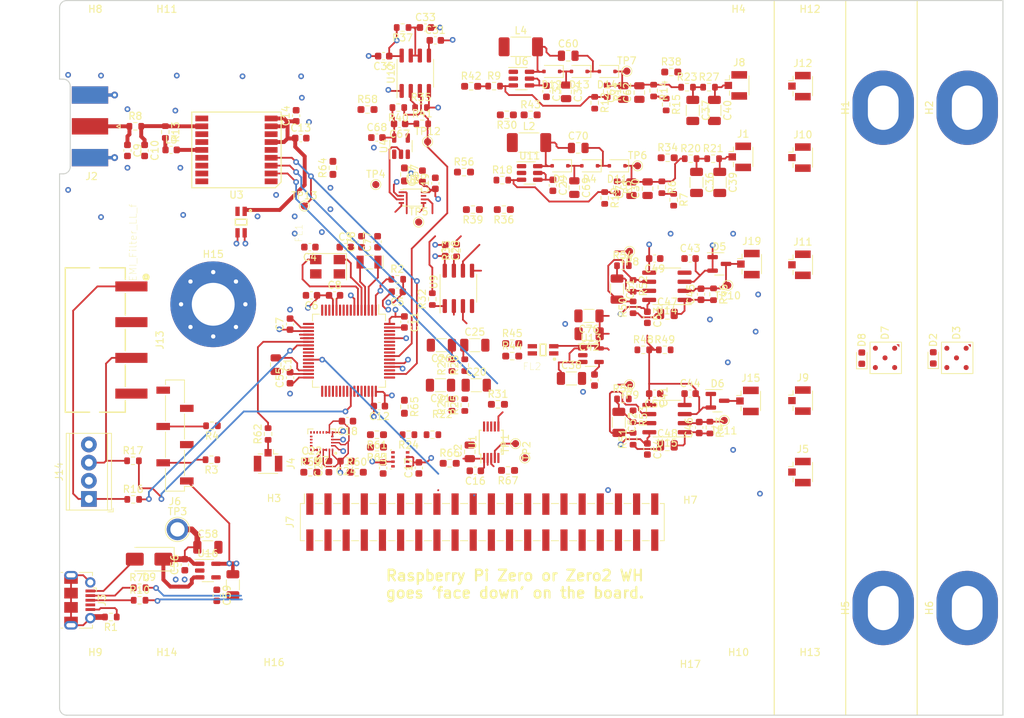
<source format=kicad_pcb>
(kicad_pcb (version 20221018) (generator pcbnew)
  (layers (0 "F.Cu" signal) (1 "In1.Cu" signal) (2 "In2.Cu" signal) (31 "B.Cu" signal) (34 "B.Paste" user) (35 "F.Paste" user) (36 "B.SilkS" user "B.Silkscreen") (37 "F.SilkS" user "F.Silkscreen") (38 "B.Mask" user) (39 "F.Mask" user) (44 "Edge.Cuts" user))
  (net 0 "")
  (net 1 "Net-(U2-VCAP1)")
  (net 2 "Net-(U2-PH0)")
  (net 3 "Net-(U2-PH1)")
  (net 4 "_RESET")
  (net 5 "+3V3")
  (net 6 "Net-(J2-In)")
  (net 7 "GNDD")
  (net 8 "Net-(U3-RF_IN)")
  (net 9 "Net-(U3-RESET)")
  (net 10 "Net-(C20-Pad1)")
  (net 11 "Net-(C21-Pad1)")
  (net 12 "Net-(U7-CAP)")
  (net 13 "Net-(U7-C1)")
  (net 14 "Net-(U9A--)")
  (net 15 "Net-(U9B--)")
  (net 16 "Net-(U12-CV)")
  (net 17 "Net-(U12-DIS)")
  (net 18 "Net-(C36-Pad1)")
  (net 19 "GNDREF")
  (net 20 "Net-(C37-Pad1)")
  (net 21 "Net-(U13-ON{slash}~{OFF})")
  (net 22 "Net-(U13-BP)")
  (net 23 "+3.3VA")
  (net 24 "V_OFFSET")
  (net 25 "Net-(C45-Pad1)")
  (net 26 "Net-(C46-Pad1)")
  (net 27 "Net-(C47-Pad1)")
  (net 28 "Net-(C48-Pad1)")
  (net 29 "Net-(C51-Pad1)")
  (net 30 "Net-(U14B--)")
  (net 31 "Net-(C52-Pad1)")
  (net 32 "Net-(U15B--)")
  (net 33 "+5V")
  (net 34 "Net-(U16-BP)")
  (net 35 "Net-(U2-PC14)")
  (net 36 "Net-(U2-PC15)")
  (net 37 "Net-(D1-K)")
  (net 38 "Net-(D1-A)")
  (net 39 "Net-(D9-A)")
  (net 41 "Net-(J3-D-)")
  (net 42 "Net-(J3-D+)")
  (net 44 "Net-(J3-Shield)")
  (net 45 "Net-(J6-Pin_2)")
  (net 46 "Net-(J6-Pin_4)")
  (net 51 "RX0")
  (net 52 "TX0")
  (net 53 "FLAG")
  (net 54 "BOOT0")
  (net 60 "unconnected-(J7-MOSI0{slash}GPIO10-Pad19)")
  (net 75 "Net-(D11-A)")
  (net 76 "Net-(D12-K)")
  (net 77 "pwr_led")
  (net 78 "evt_led")
  (net 79 "Net-(J14-Pin_1)")
  (net 80 "Net-(L3-Pad1)")
  (net 81 "Net-(U3-VCC_RF)")
  (net 82 "SWCLK")
  (net 83 "SWDIO")
  (net 84 "USB_OTG_DP")
  (net 85 "SCL0")
  (net 86 "SDA0")
  (net 87 "DAC0")
  (net 88 "DAC1")
  (net 89 "Net-(R32-Pad1)")
  (net 90 "Net-(R32-Pad2)")
  (net 91 "Net-(R33-Pad1)")
  (net 92 "Net-(R33-Pad2)")
  (net 93 "TRIG_OUT")
  (net 94 "/analog/SIGNAL_OUT_1")
  (net 95 "/analog/SIGNAL_OUT_2")
  (net 96 "Net-(D12-A)")
  (net 97 "USB_OTG_DM")
  (net 98 "Net-(U1-~{LDAC})")
  (net 99 "Net-(U1-RDY{slash}~{BSY})")
  (net 100 "HV_DAC0")
  (net 101 "HV_DAC1")
  (net 108 "GPSRX")
  (net 109 "GPSTX")
  (net 110 "BIASFB1")
  (net 124 "GPSPPS")
  (net 126 "CH_A_OR")
  (net 127 "CH_B_OR")
  (net 136 "Net-(D11-K)")
  (net 137 "Net-(D14-K)")
  (net 144 "Net-(D13-K)")
  (net 145 "INJ_LED")
  (net 146 "Net-(U11-FB)")
  (net 147 "Net-(U6-FB)")
  (net 151 "Net-(J14-Pin_3)")
  (net 152 "SiPM1_test_A")
  (net 153 "SiPM2_test_A")
  (net 154 "SiPM1_test_K")
  (net 155 "SiPM2_test_K")
  (net 156 "GND")
  (net 157 "LED_Test_A")
  (net 158 "Net-(FL2-Pad2)")
  (net 159 "Net-(FL2-Pad3)")
  (net 160 "RPI_Time")
  (net 161 "RPI_extra")
  (net 162 "Net-(U11-VCC)")
  (net 163 "Net-(U6-VCC)")
  (net 164 "Net-(R36-Pad1)")
  (net 165 "Net-(R42-Pad2)")
  (net 166 "Net-(R14-Pad2)")
  (net 167 "Net-(R18-Pad1)")
  (net 168 "VBIAS1")
  (net 169 "Net-(U7-SCL{slash}SPC)")
  (net 170 "VBIAS2")
  (net 171 "Net-(U7-SDA{slash}SDI{slash}SDO)")
  (net 172 "Net-(U12-TR)")
  (net 173 "BIASFB0")
  (net 174 "Net-(U12-Q)")
  (net 175 "Net-(R56-Pad1)")
  (net 176 "Net-(R56-Pad2)")
  (net 177 "Net-(R57-Pad1)")
  (net 178 "Net-(R57-Pad2)")
  (net 179 "Net-(R58-Pad1)")
  (net 180 "Net-(U5-SCK)")
  (net 181 "Net-(U5-SDI)")
  (net 182 "Net-(U2-PA15)")
  (net 183 "Net-(U1-SCL)")
  (net 184 "Net-(U1-SDA)")
  (footprint "Resistor_SMD:R_0603_1608Metric" (layer "F.Cu") (at 47.175 126.26 180)
    (fp_text reference "R1")
    (fp_text value "20")
  )
  (footprint "Capacitor_SMD:C_0805_2012Metric" (layer "F.Cu") (at 120.025 66.325 90)
    (fp_text reference "C71")
    (fp_text value "1u, 100V")
  )
  (footprint "Resistor_SMD:R_0603_1608Metric" (layer "F.Cu") (at 69.175 100.65 90)
    (fp_text reference "R62")
    (fp_text value "300")
  )
  (footprint "Capacitor_SMD:C_1206_3216Metric" (layer "F.Cu") (at 131.625 55.375 -90)
    (fp_text reference "C40")
    (fp_text value "1u")
  )
  (footprint "Capacitor_SMD:C_0805_2012Metric" (layer "F.Cu") (at 121.125 52.875 90)
    (fp_text reference "C62")
    (fp_text value "47n, 100V")
  )
  (footprint "Capacitor_SMD:C_1206_3216Metric" (layer "F.Cu") (at 64.25 121.75 -90)
    (fp_text reference "C75" hide)
    (fp_text value "1u")
  )
  (footprint "Package_TO_SOT_SMD:SOT-23" (layer "F.Cu") (at 132.312424 76.85)
    (fp_text reference "D5")
    (fp_text value "BAS70-04")
  )
  (footprint "Package_SO:SOIC-8_3.9x4.9mm_P1.27mm" (layer "F.Cu") (at 124.974924 79.985 180)
    (fp_text reference "U14")
    (fp_text value "AD8039")
  )
  (footprint "Capacitor_SMD:C_0603_1608Metric" (layer "F.Cu") (at 77.685 105.225 90)
    (fp_text reference "C23")
    (fp_text value "100n")
  )
  (footprint "Resistor_SMD:R_0603_1608Metric" (layer "F.Cu") (at 92.175 100.75)
    (fp_text reference "R22")
    (fp_text value "10k")
  )
  (footprint "744232090:IND_744232090" (layer "F.Cu") (at 65.4 71 -90)
    (fp_text reference "FL1")
    (fp_text value "EMI_Filter_LL_f")
  )
  (footprint "Capacitor_SMD:C_0805_2012Metric" (layer "F.Cu") (at 112.575 60.625)
    (fp_text reference "C70")
    (fp_text value "0.1u, 50V")
  )
  (footprint "Capacitor_SMD:C_0603_1608Metric" (layer "F.Cu") (at 72.25 92.775 90)
    (fp_text reference "C55")
    (fp_text value "100n")
  )
  (footprint "Capacitor_SMD:C_1206_3216Metric" (layer "F.Cu") (at 98.1 88.225)
    (fp_text reference "C25")
    (fp_text value "1u")
  )
  (footprint "Package_LGA:Bosch_LGA-8_2.5x2.5mm_P0.65mm_ClockwisePinNumbering" (layer "F.Cu") (at 87.675 104.2 90)
    (fp_text reference "U5")
    (fp_text value "BME280")
  )
  (footprint "Package_TO_SOT_SMD:SOT-23-6" (layer "F.Cu") (at 104.625 50.925)
    (fp_text reference "U6")
    (fp_text value "MAX5026EUT_")
  )
  (footprint "Capacitor_SMD:C_0603_1608Metric" (layer "F.Cu") (at 85.35 47.775 180)
    (fp_text reference "C35")
    (fp_text value "100n")
  )
  (footprint "MountingHole:MountingHole_3.2mm_M3_DIN965" (layer "F.Cu") (at 145 45)
    (fp_text reference "H12")
    (fp_text value "MountingHole")
  )
  (footprint "TestPoint:TestPoint_Pad_D1.0mm" (layer "F.Cu") (at 105.1 104 90)
    (fp_text reference "TP2")
    (fp_text value "TestPoint")
  )
  (footprint "Resistor_SMD:R_0603_1608Metric_Pad0.98x0.95mm_HandSolder" (layer "F.Cu") (at 84.4125 102.5 180)
    (fp_text reference "R63")
    (fp_text value "0")
  )
  (footprint "Connector_PinSocket_2.54mm:PinSocket_2x20_P2.54mm_Vertical_SMD" (layer "F.Cu") (at 99.15 112.98 90)
    (fp_text reference "J7")
    (fp_text value "Raspberry_Pi_2_3_Zero")
  )
  (footprint "TestPoint:TestPoint_Pad_D1.0mm" (layer "F.Cu") (at 74.25 68.75)
    (fp_text reference "TP13")
    (fp_text value "TestPoint")
  )
  (footprint "Resistor_SMD:R_0603_1608Metric" (layer "F.Cu") (at 131.499924 81.1 -90)
    (fp_text reference "R46")
    (fp_text value "5100")
  )
  (footprint "Package_TO_SOT_SMD:SOT-23-5" (layer "F.Cu") (at 60.75 119.76)
    (fp_text reference "U16")
    (fp_text value "LP2985-3.3")
  )
  (footprint "smt_conn:691709710304" (layer "F.Cu") (at 44.9 87.5 -90)
    (fp_text reference "J13")
    (fp_text value "691709710304")
  )
  (footprint "Capacitor_SMD:C_0603_1608Metric" (layer "F.Cu") (at 62 123.225 -90)
    (fp_text reference "C59")
    (fp_text value "10n")
  )
  (footprint "Resistor_SMD:R_0603_1608Metric" (layer "F.Cu") (at 96.7 96.6 90)
    (fp_text reference "R25")
    (fp_text value "10k")
  )
  (footprint "Resistor_SMD:R_0603_1608Metric_Pad0.98x0.95mm_HandSolder" (layer "F.Cu") (at 125.0875 62)
    (fp_text reference "R34")
    (fp_text value "0")
  )
  (footprint "Resistor_SMD:R_0603_1608Metric_Pad0.98x0.95mm_HandSolder" (layer "F.Cu") (at 78.25 63.4125 90)
    (fp_text reference "R64")
    (fp_text value "0")
  )
  (footprint "Package_TO_SOT_SMD:SOT-23" (layer "F.Cu") (at 132.0625 96)
    (fp_text reference "D6")
    (fp_text value "BAS70-04")
  )
  (footprint "Package_SO:SOIC-8_3.9x4.9mm_P1.27mm" (layer "F.Cu") (at 89.775 50.175 90)
    (fp_text reference "U12")
    (fp_text value "LM555")
  )
  (footprint "Capacitor_SMD:C_1206_3216Metric" (layer "F.Cu") (at 118.25 99.025 -90)
    (fp_text reference "C52")
    (fp_text value "n.a.")
  )
  (footprint "Resistor_SMD:R_0603_1608Metric" (layer "F.Cu") (at 96.7 91.025 90)
    (fp_text reference "R28")
    (fp_text value "10k")
  )
  (footprint "Inductor_SMD:L_2010_5025Metric_Pad1.52x2.65mm_HandSolder" (layer "F.Cu") (at 104.5375 46.475)
    (fp_text reference "L4")
    (fp_text value "47u")
  )
  (footprint "744232090:IND_744232090" (layer "F.Cu") (at 107.65 88.875 180)
    (fp_text reference "FL2")
    (fp_text value "EMI_Filter_LL_f" hide)
  )
  (footprint "Package_TO_SOT_SMD:SOT-23-6" (layer "F.Cu") (at 105.775 64.125)
    (fp_text reference "U11")
    (fp_text value "MAX5026EUT_")
  )
  (footprint "Capacitor_SMD:C_0603_1608Metric" (layer "F.Cu") (at 108.125 52.7 -90)
    (fp_text reference "C32")
    (fp_text value "1u")
  )
  (footprint "Resistor_SMD:R_0603_1608Metric" (layer "F.Cu") (at 88.825 100.75 180)
    (fp_text reference "R24")
    (fp_text value "10k")
  )
  (footprint "Capacitor_SMD:C_1206_3216Metric" (layer "F.Cu") (at 117.999924 80.375 -90)
    (fp_text reference "C51")
    (fp_text value "n.a.")
  )
  (footprint "Capacitor_SMD:C_0603_1608Metric" (layer "F.Cu") (at 87.25 80.75 180)
    (fp_text reference "C5")
    (fp_text value "100n")
  )
  (footprint "Resistor_SMD:R_0603_1608Metric" (layer "F.Cu") (at 50.6 57.6)
    (fp_text reference "R8")
    (fp_text value "0R")
  )
  (footprint "Connector_Coaxial:U.FL_Hirose_U.FL-R-SMT-1_Vertical" (layer "F.Cu") (at 143.525 105.975)
    (fp_text reference "J5")
    (fp_text value "u.FL")
  )
  (footprint "TestPoint:TestPoint_Pad_D1.0mm" (layer "F.Cu") (at 119.75 93.75 180)
    (fp_text reference "TP9")
    (fp_text value "TestPoint")
  )
  (footprint "Capacitor_SMD:C_0805_2012Metric" (layer "F.Cu") (at 110.875 52.775 -90)
    (fp_text reference "C34")
    (fp_text value "1u, 50V")
  )
  (footprint "MountingHole:MountingHole_3.2mm_M3_DIN965" (layer "F.Cu") (at 145 135)
    (fp_text reference "H13")
    (fp_text value "MountingHole")
  )
  (footprint "Resistor_SMD:R_0603_1608Metric_Pad0.98x0.95mm_HandSolder" (layer "F.Cu") (at 102.1625 69.25 180)
    (fp_text reference "R36")
    (fp_text value "0")
  )
  (footprint "Capacitor_SMD:C_0603_1608Metric" (layer "F.Cu") (at 129.5 99.75 90)
    (fp_text reference "C46")
    (fp_text value "30p")
  )
  (footprint "Capacitor_SMD:C_0603_1608Metric" (layer "F.Cu") (at 73.1 56.125 90)
    (fp_text reference "C14")
    (fp_text value "100n")
  )
  (footprint "Diode_SMD:D_SOD-323F" (layer "F.Cu") (at 118.025 63.125 180)
    (fp_text reference "D11")
    (fp_text value "1N4148")
  )
  (footprint "Crystal:Crystal_SMD_EuroQuartz_EQ161-2Pin_3.2x1.5mm" (layer "F.Cu") (at 83.3 76.6 180)
    (fp_text reference "Y2" hide)
    (fp_text value "32.768KHz")
  )
  (footprint "Capacitor_SMD:C_0603_1608Metric" (layer "F.Cu") (at 128.224924 76.1)
    (fp_text reference "C43")
    (fp_text value "100n")
  )
  (footprint "Resistor_SMD:R_0603_1608Metric" (layer "F.Cu") (at 120.249924 82.925 90)
    (fp_text reference "R50")
    (fp_text value "1k")
  )
  (footprint "Connector_Coaxial:U.FL_Hirose_U.FL-R-SMT-1_Vertical" (layer "F.Cu") (at 143.525 95.975)
    (fp_text reference "J9")
    (fp_text value "u.FL")
  )
  (footprint "Capacitor_SMD:C_0603_1608Metric" (layer "F.Cu") (at 85.275 105.4 90)
    (fp_text reference "C15" hide)
    (fp_text value "100n")
  )
  (footprint "TestPoint:TestPoint_Pad_D1.0mm" (layer "F.Cu") (at 90.25 71)
    (fp_text reference "TP5")
    (fp_text value "TestPoint")
  )
  (footprint "Resistor_SMD:R_0603_1608Metric_Pad0.98x0.95mm_HandSolder" (layer "F.Cu") (at 97.8375 69.25 180)
    (fp_text reference "R39")
    (fp_text value "0")
  )
  (footprint "Capacitor_SMD:C_1206_3216Metric" (layer "F.Cu") (at 128.6 55.375 -90)
    (fp_text reference "C37")
    (fp_text value "1u")
  )
  (footprint "Resistor_SMD:R_0603_1608Metric" (layer "F.Cu") (at 121.675 88.875)
    (fp_text reference "R48")
    (fp_text value "20k")
  )
  (footprint "Capacitor_SMD:C_0603_1608Metric" (layer "F.Cu") (at 73.75 59.25)
    (fp_text reference "C13")
    (fp_text value "10u")
  )
  (footprint "Capacitor_SMD:C_0603_1608Metric" (layer "F.Cu") (at 84.5 73.75 90)
    (fp_text reference "C77")
    (fp_text value "4.3p")
  )
  (footprint "Diode_SMD:D_SOD-323F" (layer "F.Cu") (at 108.875 49.925 180)
    (fp_text reference "D12")
    (fp_text value "1N4148")
  )
  (footprint "Resistor_SMD:R_0603_1608Metric" (layer "F.Cu") (at 50.3 109.8)
    (fp_text reference "R16")
    (fp_text value "20")
  )
  (footprint "Capacitor_SMD:C_0603_1608Metric" (layer "F.Cu") (at 75.25 81.25 180)
    (fp_text reference "C6")
    (fp_text value "100n")
  )
  (footprint "Resistor_SMD:R_0603_1608Metric" (layer "F.Cu") (at 94.9 96.575 90)
    (fp_text reference "R26")
    (fp_text value "10k")
  )
  (footprint "TestPoint:TestPoint_Pad_D1.0mm" (layer "F.Cu") (at 119.375 49.875)
    (fp_text reference "TP7")
    (fp_text value "TestPoint")
  )
  (footprint "Resistor_SMD:R_0603_1608Metric_Pad0.98x0.95mm_HandSolder" (layer "F.Cu") (at 101.3375 96.5)
    (fp_text reference "R31")
    (fp_text value "0")
  )
  (footprint "Resistor_SMD:R_0603_1608Metric" (layer "F.Cu") (at 124.675 88.875)
    (fp_text reference "R49")
    (fp_text value "10k")
  )
  (footprint "Capacitor_SMD:C_0805_2012Metric" (layer "F.Cu") (at 112.025 66.175 -90)
    (fp_text reference "C69")
    (fp_text value "1u, 50V")
  )
  (footprint "Resistor_SMD:R_0603_1608Metric_Pad0.98x0.95mm_HandSolder" (layer "F.Cu") (at 75.0875 106)
    (fp_text reference "R59")
    (fp_text value "0")
  )
  (footprint "Capacitor_SMD:C_0603_1608Metric" (layer "F.Cu") (at 80.285 98.85 180)
    (fp_text reference "C18")
    (fp_text value "100n")
  )
  (footprint "MountingHole:MountingHole_3.2mm_M3_DIN965" (layer "F.Cu") (at 45 45)
    (fp_text reference "H8")
    (fp_text value "MountingHole")
  )
  (footprint "Capacitor_SMD:C_0805_2012Metric" (layer "F.Cu") (at 118.875 52.875 90)
    (fp_text reference "C61")
    (fp_text value "1u, 100V")
  )
  (footprint "Capacitor_SMD:C_0603_1608Metric" (layer "F.Cu") (at 72.25 85.275 90)
    (fp_text reference "C7")
    (fp_text value "100n")
  )
  (footprint "Resistor_SMD:R_0603_1608Metric_Pad0.98x0.95mm_HandSolder" (layer "F.Cu") (at 94.5875 104.75)
    (fp_text reference "R66")
    (fp_text value "0")
  )
  (footprint "Diode_SMD:D_SOD-323F" (layer "F.Cu") (at 110.025 63.125 180)
    (fp_text reference "D1")
    (fp_text value "1N4148")
  )
  (footprint "Connector_Coaxial:U.FL_Hirose_U.FL-R-SMT-1_Vertical" (layer "F.Cu") (at 135.175 61.875)
    (fp_text reference "J1")
    (fp_text value "u.FL")
  )
  (footprint "Capacitor_SMD:C_0603_1608Metric" (layer "F.Cu") (at 90.775 64.575 90)
    (fp_text reference "C27")
    (fp_text value "100n")
  )
  (footprint "Inductor_SMD:L_0603_1608Metric" (layer "F.Cu") (at 55.6125 60.9)
    (fp_text reference "L3")
    (fp_text value "47nH")
  )
  (footprint "Capacitor_SMD:C_0603_1608Metric" (layer "F.Cu") (at 75.025 74.5 180)
    (fp_text reference "C4")
    (fp_text value "22p")
  )
  (footprint "Capacitor_SMD:C_0805_2012Metric" (layer "F.Cu") (at 70.25 90.95 -90)
    (fp_text reference "C1")
    (fp_text value "4.7u")
  )
  (footprint "Resistor_SMD:R_0603_1608Metric" (layer "F.Cu") (at 92.155 81.775 90)
    (fp_text reference "R32")
    (fp_text value "330R")
  )
  (footprint "TestPoint:TestPoint_Pad_D1.0mm" (layer "F.Cu") (at 119.749924 75.1 180)
    (fp_text reference "TP8")
    (fp_text value "TestPoint")
  )
  (footprint "MountingHole:MountingHole_4.3x6.2mm_M4_Pad" (layer "F.Cu") (at 155.25 125 90)
    (fp_text reference "H5")
    (fp_text value "SiPM_Bracket")
  )
  (footprint "Resistor_SMD:R_0603_1608Metric" (layer "F.Cu") (at 131.45 62.125)
    (fp_text reference "R21")
    (fp_text value "1k")
  )
  (footprint "Resistor_SMD:R_0603_1608Metric" (layer "F.Cu") (at 95.555 74.975 90)
    (fp_text reference "R33")
    (fp_text value "330R")
  )
  (footprint "Capacitor_SMD:C_0603_1608Metric" (layer "F.Cu") (at 88.25 84.975 -90)
    (fp_text reference "C11")
    (fp_text value "100n")
  )
  (footprint "Connector_Coaxial:U.FL_Hirose_U.FL-R-SMT-1_Vertical" (layer "F.Cu") (at 69.175 104.325 -90)
    (fp_text reference "J4")
    (fp_text value "u.FL")
  )
  (footprint "MountingHole:MountingHole_2.7mm_M2.5_DIN965" (layer "F.Cu") (at 128.25 113.25)
    (fp_text reference "H7")
    (fp_text value "RPi")
  )
  (footprint "MountingHole:MountingHole_3.2mm_M3_DIN965" (layer "F.Cu") (at 55 135)
    (fp_text reference "H14")
    (fp_text value "MountingHole")
  )
  (footprint "Resistor_SMD:R_0603_1608Metric" (layer "F.Cu") (at 120.249924 79.925 -90)
    (fp_text reference "R52")
    (fp_text value "30k")
  )
  (footprint "Capacitor_SMD:C_0805_2012Metric" (layer "F.Cu") (at 125.049924 83.85)
    (fp_text reference "C47")
    (fp_text value "100n")
  )
  (footprint "Resistor_SMD:R_0603_1608Metric" (layer "F.Cu") (at 90.575 54.975)
    (fp_text reference "R35")
    (fp_text value "10k")
  )
  (footprint "Resistor_SMD:R_0603_1608Metric_Pad0.98x0.95mm_HandSolder" (layer "F.Cu") (at 88.25 64.3375 -90)
    (fp_text reference "R57")
    (fp_text value "0")
  )
  (footprint "Capacitor_SMD:C_0603_1608Metric" (layer "F.Cu") (at 80.085 104.45 180)
    (fp_text reference "C24")
    (fp_text value "10u")
  )
  (footprint "Crystal:Crystal_SMD_5032-4Pin_5.0x3.2mm" (layer "F.Cu") (at 77.5 77.25 180)
    (fp_text reference "Y1" hide)
    (fp_text value "8 MHz")
  )
  (footprint "Diode_SMD:D_SMA" (layer "F.Cu") (at 52.525 118.165 180)
    (fp_text reference "D9")
    (fp_text value "B140-E3")
  )
  (footprint "TestPoint:TestPoint_Pad_D1.0mm" (layer "F.Cu") (at 84.25 65.75)
    (fp_text reference "TP4")
    (fp_text value "TestPoint")
  )
  (footprint "Capacitor_SMD:C_0603_1608Metric" (layer "F.Cu") (at 92.575 45.575)
    (fp_text reference "C31")
    (fp_text value "10n")
  )
  (footprint "TestPoint:TestPoint_Pad_D1.0mm" (layer "F.Cu") (at 91.5 59.75)
    (fp_text reference "TP12")
    (fp_text value "TestPoint")
  )
  (footprint "Resistor_SMD:R_0603_1608Metric_Pad0.98x0.95mm_HandSolder" (layer "F.Cu") (at 103.3375 89.75)
    (fp_text reference "R44")
    (fp_text value "0")
  )
  (footprint "Resistor_SMD:R_0603_1608Metric" (layer "F.Cu") (at 130.875 52.125)
    (fp_text reference "R27")
    (fp_text value "1k")
  )
  (footprint "Capacitor_SMD:C_0603_1608Metric" (layer "F.Cu") (at 114.85 93.1 -90)
    (fp_text reference "C41")
    (fp_text value "10n")
  )
  (footprint "Resistor_SMD:R_0603_1608Metric" (layer "F.Cu") (at 90.75 57.25)
    (fp_text reference "R41")
    (fp_text value "100k")
  )
  (footprint "Connector_Coaxial:U.FL_Hirose_U.FL-R-SMT-1_Vertical" (layer "F.Cu") (at 143.525 76.975)
    (fp_text reference "J11")
    (fp_text value "u.FL")
  )
  (footprint "Resistor_SMD:R_0603_1608Metric_Pad0.98x0.95mm_HandSolder" (layer "F.Cu") (at 125.5875 50)
    (fp_text reference "R38")
    (fp_text value "0")
  )
  (footprint "Connector_Coaxial:U.FL_Hirose_U.FL-R-SMT-1_Vertical" (layer "F.Cu") (at 143.525 61.975)
    (fp_text reference "J10")
    (fp_text value "u.FL")
  )
  (footprint "Resistor_SMD:R_0603_1608Metric" (layer "F.Cu") (at 61.325 99.5 180)
    (fp_text reference "R4")
    (fp_text value "20")
  )
  (footprint "Diode_SMD:D_SOD-323F" (layer "F.Cu") (at 114.175 63.125 180)
    (fp_text reference "D4")
    (fp_text value "1N4148")
  )
  (footprint "Capacitor_SMD:C_0603_1608Metric" (layer "F.Cu") (at 51.9 60.975 -90)
    (fp_text reference "C10")
    (fp_text value "n.a.")
  )
  (footprint "Capacitor_SMD:C_1206_3216Metric" (layer "F.Cu") (at 93.425 88.225 180)
    (fp_text reference "C26")
    (fp_text value "1u")
  )
  (footprint "TestPoint:TestPoint_Pad_D1.0mm" (layer "F.Cu") (at 133.499924 79.85 180)
    (fp_text reference "TP10")
    (fp_text value "TestPoint")
  )
  (footprint "Capacitor_SMD:C_1206_3216Metric" (layer "F.Cu") (at 93.3 93.825 180)
    (fp_text reference "C21")
    (fp_text value "1u")
  )
  (footprint "Connector_USB:USB_Micro-B_Molex-105017-0001" (layer "F.Cu") (at 42.84 123.915 -90)
    (fp_text reference "J3")
    (fp_text value "USB_B_Micro")
  )
  (footprint "Resistor_SMD:R_0603_1608Metric_Pad0.98x0.95mm_HandSolder" (layer "F.Cu") (at 97.5875 52)
    (fp_text reference "R42")
    (fp_text value "0")
  )
  (footprint "Package_SO:SOIC-8_3.9x4.9mm_P1.27mm" (layer "F.Cu") (at 95.805 80.275 90)
    (fp_text reference "U9")
    (fp_text value "MAX991")
  )
  (footprint "Resistor_SMD:R_0603_1608Metric" (layer "F.Cu") (at 125.925 67.875 -90)
    (fp_text reference "R7")
    (fp_text value "10k")
  )
  (footprint "Package_LGA:LGA-24L_3x3.5mm_P0.43mm" (layer "F.Cu") (at 76.685 101.65 180)
    (fp_text reference "U7")
    (fp_text value "LSM9DS1")
  )
  (footprint "Capacitor_SMD:C_0603_1608Metric" (layer "F.Cu") (at 87.575 57.25 180)
    (fp_text reference "C67")
    (fp_text value "100n")
  )
  (footprint "Resistor_SMD:R_0603_1608Metric" (layer "F.Cu") (at 88 43.775 180)
    (fp_text reference "R37")
    (fp_text value "100k")
  )
  (footprint "MountingHole:MountingHole_2.7mm_M2.5_DIN965" (layer "F.Cu") (at 70 113)
    (fp_text reference "H3")
    (fp_text value "RPi")
  )
  (footprint "Resistor_SMD:R_0603_1608Metric" (layer "F.Cu") (at 131 99.75 -90)
    (fp_text reference "R47")
    (fp_text value "5100")
  )
  (footprint "MountingHole:MountingHole_3.2mm_M3_DIN965" (layer "F.Cu") (at 135 45)
    (fp_text reference "H4")
    (fp_text value "MountingHole")
  )
  (footprint "MountingHole:MountingHole_4.3x6.2mm_M4_Pad" (layer "F.Cu") (at 167 55 90)
    (fp_text reference "H2")
    (fp_text value "SiPM_Bracket")
  )
  (footprint "Resistor_SMD:R_0603_1608Metric" (layer "F.Cu") (at 94.9 91.025 90)
    (fp_text reference "R29")
    (fp_text value "10k")
  )
  (footprint "Capacitor_SMD:C_0603_1608Metric" (layer "F.Cu") (at 123.274924 76.1 180)
    (fp_text reference "C49")
    (fp_text value "100n")
  )
  (footprint "Capacitor_SMD:C_0603_1608Metric" (layer "F.Cu") (at 98.175 105.8 180)
    (fp_text reference "C16")
    (fp_text value "0.1uF")
  )
  (footprint "Inductor_SMD:L_2010_5025Metric_Pad1.52x2.65mm_HandSolder" (layer "F.Cu") (at 105.6875 59.875)
    (fp_text reference "L2")
    (fp_text value "47u")
  )
  (footprint "Resistor_SMD:R_0603_1608Metric" (layer "F.Cu") (at 124.275 66.125 -90)
    (fp_text reference "R6")
    (fp_text value "200k")
  )
  (footprint "Connector_Coaxial:U.FL_Hirose_U.FL-R-SMT-1_Vertical" (layer "F.Cu") (at 136.25 96.025)
    (fp_text reference "J15")
    (fp_text value "u.FL")
  )
  (footprint "Resistor_SMD:R_0603_1608Metric_Pad0.98x0.95mm_HandSolder" (layer "F.Cu") (at 84.4125 100.75 180)
    (fp_text reference "R61")
    (fp_text value "0")
  )
  (footprint "Resistor_SMD:R_0603_1608Metric" (layer "F.Cu") (at 61.25 104.25 180)
    (fp_text reference "R3")
    (fp_text value "20")
  )
  (footprint "Resistor_SMD:R_0603_1608Metric" (layer "F.Cu") (at 50.275 104.4)
    (fp_text reference "R17")
    (fp_text value "20")
  )
  (footprint "Capacitor_SMD:C_0805_2012Metric" (layer "F.Cu") (at 97.4 103.15 90)
    (fp_text reference "C2")
    (fp_text value "10uF")
  )
  (footprint "Resistor_SMD:R_0603_1608Metric" (layer "F.Cu") (at 128.3 62.125)
    (fp_text reference "R20")
    (fp_text value "1k")
  )
  (footprint "Capacitor_SMD:C_0603_1608Metric" (layer "F.Cu") (at 79.975 74.5)
    (fp_text reference "C3")
    (fp_text value "22p")
  )
  (footprint "LED_SMD:LED_0603_1608Metric" (layer "F.Cu") (at 152.25 90.0375 90)
    (fp_text reference "D8")
    (fp_text value "LED")
  )
  (footprint "MountingHole:MountingHole_3.2mm_M3_DIN965" (layer "F.Cu") (at 45 135)
    (fp_text reference "H9")
    (fp_text value "MountingHole")
  )
  (footprint "Resistor_SMD:R_0603_1608Metric" (layer "F.Cu") (at 118.824924 77.1)
    (fp_text reference "R54")
    (fp_text value "100")
  )
  (footprint "Diode_SMD:D_SOD-323F" (layer "F.Cu") (at 116.625 49.925 180)
    (fp_text reference "D14")
    (fp_text value "1N4148")
  )
  (footprint "Connector_PinSocket_2.54mm:PinSocket_1x06_P2.54mm_Vertical_SMD_Pin1Left" (layer "F.Cu") (at 56.15 100.87 180)
    (fp_text reference "J6")
    (fp_text value "SWD")
  )
  (footprint "Capacitor_SMD:C_0603_1608Metric" (layer "F.Cu") (at 109.025 65.85 -90)
    (fp_text reference "C29")
    (fp_text value "1u")
  )
  (footprint "MountingHole:MountingHole_3.2mm_M3_DIN965" (layer "F.Cu") (at 55 45)
    (fp_text reference "H11")
    (fp_text value "MountingHole")
  )
  (footprint "Capacitor_SMD:C_0603_1608Metric" (layer "F.Cu") (at 57.525 118.94 90)
    (fp_text reference "C56")
    (fp_text value "22u")
  )
  (footprint "MountingHole:MountingHole_3.2mm_M3_DIN965" (layer "F.Cu") (at 135 135)
    (fp_text reference "H10")
    (fp_text value "MountingHole")
  )
  (footprint "Connector_Coaxial:SMA_Molex_73251-1153_EdgeMount_Horizontal" (layer "F.Cu") (at 45.98 57.6)
    (fp_text reference "J2")
    (fp_text value "SMA")
  )
  (footprint "Cosmic:LM76-M33" (layer "F.Cu") (at 64.75 60.9 90)
    (fp_text reference "U3")
    (fp_text value "L76-M33")
  )
  (footprint "Capacitor_SMD:C_0603_1608Metric" (layer "F.Cu") (at 122.249924 84.325 -90)
    (fp_text reference "C53")
    (fp_text value "100n")
  )
  (footprint "Package_SO:VSSOP-8_2.4x2.1mm_P0.5mm" (layer "F.Cu") (at 89.375 67.575)
    (fp_text reference "U8")
    (fp_text value "74AUC2G32")
  )
  (footprint "Capacitor_SMD:C_0603_1608Metric" (layer "F.Cu") (at 49.5 60.975 -90)
    (fp_text reference "C9")
    (fp_text value "n.a.")
  )
  (footprint "Capacitor_SMD:C_0603_1608Metric" (layer "F.Cu") (at 123.275 95 180)
    (fp_text reference "C50")
    (fp_text value "100n")
  )
  (footprint "MountingHole:MountingHole_4.3x6.2mm_M4_Pad" (layer "F.Cu") (at 155.25 55 90)
    (fp_text reference "H1")
    (fp_text value "SiPM_Bracket")
  )
  (footprint "TestPoint:TestPoint_Pad_D1.0mm" (layer "F.Cu") (at 133 98.75 180)
    (fp_text reference "TP11")
    (fp_text value "TestPoint")
  )
  (footprint "TestPoint:TestPoint_Pad_D1.0mm" (layer "F.Cu") (at 103.8 102 90)
    (fp_text reference "TP1")
    (fp_text value "TestPoint")
  )
  (footprint "Capacitor_SMD:C_0603_1608Metric" (layer "F.Cu") (at 92.575 65.575 90)
    (fp_text reference "C19")
    (fp_text value "1u")
  )
  (footprint "Resistor_SMD:R_0603_1608Metric_Pad0.98x0.95mm_HandSolder" (layer "F.Cu") (at 103.3375 88)
    (fp_text reference "R45")
    (fp_text value "0")
  )
  (footprint "Connector_Coaxial:U.FL_Hirose_U.FL-R-SMT-1_Vertical" (layer "F.Cu") (at 143.525 51.975)
    (fp_text reference "J12")
    (fp_text value "u.FL")
  )
  (footprint "Resistor_SMD:R_0603_1608Metric" (layer "F.Cu") (at 114.875 54.3 -90)
    (fp_text reference "R12")
    (fp_text value "6.81k")
  )
  (footprint "Capacitor_SMD:C_0603_1608Metric" (layer "F.Cu") (at 93.955 74.975 -90)
    (fp_text reference "C28")
    (fp_text value "1u")
  )
  (footprint "Capacitor_SMD:C_1206_3216Metric" (layer "F.Cu") (at 98.3 93.825)
    (fp_text reference "C20")
    (fp_text value "1u")
  )
  (footprint "Capacitor_SMD:C_0603_1608Metric" (layer "F.Cu") (at 128.225 95)
    (fp_text reference "C44")
    (fp_text value "100n")
  )
  (footprint "Package_SO:MSOP-10_3x3mm_P0.5mm" (layer "F.Cu") (at 100.4 101.8 90)
    (fp_text reference "U1")
    (fp_text value "MCP4728")
  )
  (footprint "Resistor_SMD:R_0603_1608Metric" (layer "F.Cu") (at 87.4 54.975 180)
    (fp_text reference "R40")
    (fp_text value "100k")
  )
  (footprint "Capacitor_SMD:C_0603_1608Metric" (layer "F.Cu") (at 122.25 102.75 -90)
    (fp_text reference "C54")
    (fp_text value "100n")
  )
  (footprint "Capacitor_SMD:C_1206_3216Metric" (layer "F.Cu") (at 129.125 65.45 -90)
    (fp_text reference "C36")
    (fp_text value "1u")
  )
  (footprint "Capacitor_SMD:C_0805_2012Metric" (layer "F.Cu") (at 111.175 47.725)
    (fp_text reference "C60")
    (fp_text value "0.1u, 50V")
  )
  (footprint "Resistor_SMD:R_0603_1608Metric" (layer "F.Cu") (at 51.2 122.165)
    (fp_text reference "R70")
    (fp_text value "20")
  )
  (footprint "Diode_SMD:D_SOD-323F" (layer "F.Cu") (at 112.725 49.925 180)
    (fp_text reference "D13")
    (fp_text value "1N4148")
  )
  (footprint "TestPoint:TestPoint_Pad_D1.0mm" (layer "F.Cu") (at 120.875 63.125)
    (fp_text reference "TP6")
    (fp_text value "TestPoint")
  )
  (footprint "Resistor_SMD:R_0603_1608Metric" (layer "F.Cu") (at 118.025 66.125 -90)
    (fp_text reference "R5")
    (fp_text value "255k")
  )
  (footprint "Resistor_SMD:R_0603_1608Metric_Pad0.98x0.95mm_HandSolder" (layer "F.Cu") (at 81.5875 106)
    (fp_text reference "R60")
    (fp_text value "0")
  )
  (footprint "Capacitor_SMD:C_1206_3216Metric" (layer "F.Cu") (at 114.1 86.625 180)
    (fp_text reference "C42")
    (fp_text value "1u")
  )
  (footprint "MountingHole:MountingHole_2.7mm_M2.5_DIN965" (layer "F.Cu") (at 70 135.96)
    (fp_text reference "H16")
    (fp_text value "RPi")
  )
  (footprint "Capacitor_SMD:C_0603_1608Metric" (layer "F.Cu") (at 129.749924 81.1 90)
    (fp_text reference "C45")
    (fp_text value "30p")
  )
  (footprint "Capacitor_SMD:C_0603_1608Metric" (layer "F.Cu") (at 82.25 73.75 90)
    (fp_text reference "C78")
    (fp_text value "4.3p")
  )
  (footprint "Connector_Coaxial:U.FL_Hirose_U.FL-R-SMT-1_Vertical" (layer "F.Cu") (at 136.382462 76.875)
    (fp_text reference "J19")
    (fp_text value "u.FL")
  )
  (footprint "Resistor_SMD:R_0603_1608Metric" (layer "F.Cu") (at 123.125 52.6 -90)
    (fp_text reference "R14")
    (fp_text value "200k")
  )
  (footprint "Capacitor_SMD:C_0603_1608Metric" (layer "F.Cu") (at 75.285 104.45)
    (fp_text reference "C22")
    (fp_text value "10n")
  )
  (footprint "Package_TO_SOT_SMD:SOT-23-5" (layer "F.Cu") (at 87.775 60.375 90)
    (fp_text reference "U4")
    (fp_text value "74AHC1G00")
  )
  (footprint "Package_TO_SOT_SMD:SOT-23-5" (layer "F.Cu") (at 114.35 89.625)
    (fp_text reference "U13")
    (fp_text value "LP2985-3.3")
  )
  (footprint "Resistor_SMD:R_0603_1608Metric" (layer "F.Cu") (at 120.25 101.325 90)
    (fp_text reference "R51")
    (fp_text value "1k")
  )
  (footprint "Capacitor_SMD:C_0603_1608Metric" (layer "F.Cu") (at 84.75 96.75 180)
    (fp_text reference "C12")
    (fp_text value "100n")
  )
  (footprint "Resistor_SMD:R_0603_1608Metric_Pad0.98x0.95mm_HandSolder" (layer "F.Cu") (at 102.75 105.75 180)
    (fp_text reference "R67")
    (fp_text value "0")
  )
  (footprint "Resistor_SMD:R_0603_1608Metric" (layer "F.Cu") (at 116.625 52.675 -90)
    (fp_text reference "R11")
    (fp_text value "255k")
  )
  (footprint "Capacitor_SMD:C_0805_2012Metric" (layer "F.Cu") (at 122.275 66.325 90)
    (fp_text reference "C30")
    (fp_text value "47n, 100V")
  )
  (footprint "Resistor_SMD:R_0603_1608Metric_Pad0.98x0.95mm_HandSolder" (layer "F.Cu") (at 102.5875 56 180)
    (fp_text reference "R30")
    (fp_text value "0")
  )
  (footprint "Resistor_SMD:R_0603_1608Metric" (layer "F.Cu") (at 118.825 95.75)
    (fp_text reference "R55")
    (fp_text value "100")
  )
  (footprint "Capacitor_SMD:C_0603_1608Metric" (layer "F.Cu") (at 78.475 81.25)
    (fp_text reference "C8")
    (fp_text value "100n")
  )
  (footprint "Capacitor_SMD:C_1206_3216Metric" (layer "F.Cu") (at 114.075 84.125 180)
    (fp_text reference "C76")
    (fp_text value "100u")
  )
  (footprint "Resistor_SMD:R_0603_1608Metric_Pad0.98x0.95mm_HandSolder" (layer "F.Cu") (at 96.5875 64)
    (fp_text reference "R56")
    (fp_text value "0")
  )
  (footprint "Resistor_SMD:R_0603_1608Metric" (layer "F.Cu") (at 116.275 67.625 -90)
    (fp_text reference "R19")
    (fp_text value "6.81k")
  )
  (footprint "Resistor_SMD:R_0603_1608Metric_Pad0.98x0.95mm_HandSolder" (layer "F.Cu") (at 88.25 96.8375 -90)
    (fp_text reference "R65")
    (fp_text value "DNP")
  )
  (footprint "Resistor_SMD:R_0603_1608Metric" (layer "F.Cu") (at 124.875 54.55 -90)
    (fp_text reference "R15")
    (fp_text value "10k")
  )
  (footprint "Resistor_SMD:R_0603_1608Metric" (layer "F.Cu") (at 87.25 79)
    (fp_text reference "R2")
    (fp_text value "100k")
  )
  (footprint "MountingHole:MountingHole_4.3x6.2mm_M4_Pad" (layer "F.Cu") (at 167 125 90)
    (fp_text reference "H6")
    (fp_text value "SiPM_Bracket")
  )
  (footprint "Resistor_SMD:R_0603_1608Metric" (layer "F.Cu") (at 51.2 123.915)
    (fp_text reference "R10")
    (fp_text value "20")
  )
  (footprint "TerminalBlock_Phoenix:TerminalBlock_Phoenix_MPT-0,5-4-2.54_1x04_P2.54mm_Horizontal" (layer "F.Cu") (at 44.1 109.74 90)
    (fp_text reference "J14")
    (fp_text value "Screw_Terminal_01x04")
  )
  (footprint "Resistor_SMD:R_0603_1608Metric" (layer "F.Cu") (at 54.8 58.4 -90)
    (fp_text reference "R13")
    (fp_text value "10")
  )
  (footprint "Connector_Coaxial:U.FL_Hirose_U.FL-R-SMT-1_Vertical" (layer "F.Cu") (at 134.625 51.875)
    (fp_text reference "J8")
    (fp_text value "u.FL")
  )
  (footprint "Capacitor_SMD:C_0805_2012Metric" (layer "F.Cu") (at 125.05 102.25)
    (fp_text reference "C48")
    (fp_text value "100n")
  )
  (footprint "Resistor_SMD:R_0603_1608Metric_Pad0.98x0.95mm_HandSolder" (layer "F.Cu") (at 83.0875 55.25)
    (fp_text reference "R58")
    (fp_text value "0")
  )
  (footprint "Package_QFP:LQFP-64_10x10mm_P0.5mm" (layer "F.Cu") (at 80.5 89 -90)
    (fp_text reference "U2" hide)
    (fp_text value "STM32F401RETx")
  )
  (footprint "Capacitor_SMD:C_1206_3216Metric" (layer "F.Cu") (at 60.75 116.5)
    (fp_text reference "C58")
    (fp_text value "1u")
  )
  (footprint "Resistor_SMD:R_0603_1608Metric" (layer "F.Cu") (at 100.8 51.975)
    (fp_text reference "R9")
    (fp_text value "13.7k")
  )
  (footprint "MountingHole:MountingHole_2.7mm_M2.5_DIN965" (layer "F.Cu") (at 128.25 136.21)
    (fp_text reference "H17")
    (fp_text value "RPi")
  )
  (footprint "Capacitor_SMD:C_1206_3216Metric" (layer "F.Cu") (at 111.625 92.875)
    (fp_text reference "C38")
    (fp_text value "1u")
  )
  (footprint "Resistor_SMD:R_0603_1608Metric" (layer "F.Cu") (at 120.25 98.175 -90)
    (fp_text reference "R53")
    (fp_text value "30k")
  )
  (footprint "MountingHole:MountingHole_6mm_Pad_Via" (layer "F.Cu") (at 61.5 82.5)
    (fp_text reference "H15")
    (fp_text value "Cable_pass")
  )
  (footprint "LED_SMD:LED_0603_1608Metric" (layer "F.Cu") (at 162.25 90 90)
    (fp_text reference "D7")
    (fp_text value "LED")
  )
  (footprint "Capacitor_SMD:C_1206_3216Metric" (layer "F.Cu") (at 132.375 65.45 -90)
    (fp_text reference "C39")
    (fp_text value "1u")
  )
  (footprint "Resistor_SMD:R_0603_1608Metric_Pad0.98x0.95mm_HandSolder" (layer "F.Cu") (at 105.9125 56)
    (fp_text reference "R43")
    (fp_text value "0")
  )
  (footprint "TestPoint:TestPoint_Plated_Hole_D2.0mm" (layer "F.Cu") (at 56.5 114)
    (fp_text reference "TP3")
    (fp_text value "TestPoint")
  )
  (footprint "Capacitor_SMD:C_0603_1608Metric" (layer "F.Cu") (at 90.275 105.4 90)
    (fp_text reference "C17")
    (fp_text value "100n")
  )
  (footprint "Package_SO:SOIC-8_3.9x4.9mm_P1.27mm" (layer "F.Cu") (at 125 98.5 180)
    (fp_text reference "U15")
    (fp_text value "AD8039")
  )
  (footprint "Resistor_SMD:R_0603_1608Metric" (layer "F.Cu") (at 101.95 65.125)
    (fp_text reference "R18")
    (fp_text value "13.7k")
  )
  (footprint "Cosmic:AFBR-S4N44P014M" (layer "F.Cu") (at 161.6 90 90)
    (fp_text reference "D2")
    (fp_text value "D")
  )
  (footprint "Capacitor_SMD:C_0603_1608Metric" (layer "F.Cu") (at 84.4 59.175)
    (fp_text reference "C68")
    (fp_text value "1u")
  )
  (footprint "Cosmic:AFBR-S4N44P014M" (layer "F.Cu") (at 171.6 90 90)
    (fp_text reference "D3")
    (fp_text value "D")
  )
  (footprint "Capacitor_SMD:C_0603_1608Metric" (layer "F.Cu") (at 91.2 43.775)
    (fp_text reference "C33")
    (fp_text value "220n")
  )
  (footprint "Resistor_SMD:R_0603_1608Metric" (layer "F.Cu") (at 127.8 52.125)
    (fp_text reference "R23")
    (fp_text value "1k")
  )
  (gr_line (start 140 40) (end 140 140) (stroke (width 0.15)) (layer "F.SilkS"))
  (gr_line (start 160 40) (end 160 140) (stroke (width 0.15)) (layer "F.SilkS"))
  (gr_line (start 150 40) (end 150 140) (stroke (width 0.15)) (layer "F.SilkS"))
  (gr_arc (start 40 41) (mid 40.292893 40.292893) (end 41 40) (stroke (width 0.15)) (layer "Edge.Cuts"))
  (gr_arc (start 40.5 51) (mid 41.207107 51.292893) (end 41.5 52) (stroke (width 0.15)) (layer "Edge.Cuts"))
  (gr_line (start 41 40) (end 172 40) (stroke (width 0.15)) (layer "Edge.Cuts"))
  (gr_line (start 172 40) (end 172 140) (stroke (width 0.15)) (layer "Edge.Cuts"))
  (gr_line (start 172 140) (end 41 140) (stroke (width 0.15)) (layer "Edge.Cuts"))
  (gr_line (start 41.5 63.25) (end 41.5 52) (stroke (width 0.15)) (layer "Edge.Cuts"))
  (gr_line (start 40 51) (end 40 41) (stroke (width 0.15)) (layer "Edge.Cuts"))
  (gr_line (start 40 139) (end 40 64.25) (stroke (width 0.15)) (layer "Edge.Cuts"))
  (gr_line (start 40 64.25) (end 40.5 64.25) (stroke (width 0.15)) (layer "Edge.Cuts"))
  (gr_line (start 40.5 51) (end 40 51) (stroke (width 0.15)) (layer "Edge.Cuts"))
  (gr_arc (start 41.5 63.25) (mid 41.207107 63.957107) (end 40.5 64.25) (stroke (width 0.15)) (layer "Edge.Cuts"))
  (gr_arc (start 41 140) (mid 40.292893 139.707107) (end 40 139) (stroke (width 0.15)) (layer "Edge.Cuts"))
  (gr_text "Raspberry Pi Zero or Zero2 WH\ngoes 'face down' on the board." (at 85.5 123.75) (layer "F.SilkS") (effects (font (size 1.5 1.5) (thickness 0.3) bold) (justify left bottom)))
  (segment (start 86.175 66.825) (end 86.175 60.828249) (width 0.25) (layer "F.Cu") (net 0))
  (segment (start 87.171751 60.525) (end 87.775 61.128249) (width 0.25) (layer "F.Cu") (net 0))
  (segment (start 86.478249 60.525) (end 87.171751 60.525) (width 0.25) (layer "F.Cu") (net 0))
  (segment (start 86.175 60.828249) (end 86.478249 60.525) (width 0.25) (layer "F.Cu") (net 0))
  (segment (start 87.775 61.128249) (end 87.775 61.5125) (width 0.25) (layer "F.Cu") (net 0))
  (segment (start 87.825 67.825) (end 87.175 67.825) (width 0.25) (layer "F.Cu") (net 0))
  (segment (start 87.175 67.825) (end 86.175 66.825) (width 0.25) (layer "F.Cu") (net 0))
  (segment (start 72.5 90) (end 70.25 90) (width 0.25) (layer "F.Cu") (net 1))
  (segment (start 73.5 91.75) (end 73.25 91.5) (width 0.25) (layer "F.Cu") (net 1))
  (segment (start 73.25 90.75) (end 72.5 90) (width 0.25) (layer "F.Cu") (net 1))
  (segment (start 74.825 91.75) (end 73.5 91.75) (width 0.25) (layer "F.Cu") (net 1))
  (segment (start 73.25 91.5) (end 73.25 90.75) (width 0.25) (layer "F.Cu") (net 1))
  (segment (start 80.813604 78.75) (end 82.25 80.186396) (width 0.25) (layer "F.Cu") (net 2))
  (segment (start 80.25 76.25) (end 80.75 76.75) (width 0.25) (layer "F.Cu") (net 2))
  (segment (start 80.75 78.75) (end 80.813604 78.75) (width 0.25) (layer "F.Cu") (net 2))
  (segment (start 80.75 76.75) (end 80.75 78.75) (width 0.25) (layer "F.Cu") (net 2))
  (segment (start 82.25 80.186396) (end 82.25 83.325) (width 0.25) (layer "F.Cu") (net 2))
  (segment (start 79.15 76.25) (end 80.25 76.25) (width 0.25) (layer "F.Cu") (net 2))
  (segment (start 74 79) (end 74 77) (width 0.25) (layer "F.Cu") (net 3))
  (segment (start 81.427208 80) (end 75 80) (width 0.25) (layer "F.Cu") (net 3))
  (segment (start 81.75 83.325) (end 81.75 80.322792) (width 0.25) (layer "F.Cu") (net 3))
  (segment (start 74.75 76.25) (end 75.85 76.25) (width 0.25) (layer "F.Cu") (net 3))
  (segment (start 81.75 80.322792) (end 81.427208 80) (width 0.25) (layer "F.Cu") (net 3))
  (segment (start 74 77) (end 74.75 76.25) (width 0.25) (layer "F.Cu") (net 3))
  (segment (start 75 80) (end 74 79) (width 0.25) (layer "F.Cu") (net 3))
  (segment (start 87.5 81.5) (end 86.75 82.25) (width 0.25) (layer "F.Cu") (net 4))
  (segment (start 86.75 82.25) (end 86.5 82.25) (width 0.25) (layer "F.Cu") (net 4))
  (segment (start 86.5 82.25) (end 86 82.25) (width 0.25) (layer "F.Cu") (net 4))
  (segment (start 88.025 80.75) (end 88.025 80.975) (width 0.25) (layer "F.Cu") (net 4))
  (segment (start 88.075 80.7) (end 88.025 80.75) (width 0.25) (layer "F.Cu") (net 4))
  (segment (start 88.075 79) (end 88.075 80.7) (width 0.25) (layer "F.Cu") (net 4))
  (segment (start 81.25 83.325) (end 81.25 81.75) (width 0.25) (layer "F.Cu") (net 4))
  (segment (start 81.25 81.75) (end 80.75 81.25) (width 0.25) (layer "F.Cu") (net 4))
  (segment (start 88.025 80.975) (end 87.5 81.5) (width 0.25) (layer "F.Cu") (net 4))
  (via (at 80.75 81.25) (size 0.8) (drill 0.4) (layers "F.Cu" "B.Cu") (net 4))
  (via (at 86 82.25) (size 0.8) (drill 0.4) (layers "F.Cu" "B.Cu") (net 4))
  (segment (start 90.275 104.625) (end 89.625 104.625) (width 0.25) (layer "F.Cu") (net 5))
  (segment (start 86.125 47.775) (end 86.125 46.625) (width 0.25) (layer "F.Cu") (net 5))
  (segment (start 97.4 104.1) (end 99.3 104.1) (width 0.25) (layer "F.Cu") (net 5))
  (segment (start 85.5 95.25) (end 85.5 96.725) (width 0.25) (layer "F.Cu") (net 5))
  (segment (start 86.5 84.25) (end 87 84.25) (width 0.25) (layer "F.Cu") (net 5))
  (segment (start 87.795 47.775) (end 87.87 47.7) (width 0.25) (layer "F.Cu") (net 5))
  (segment (start 89.5 104.75) (end 89.5 104) (width 0.25) (layer "F.Cu") (net 5))
  (segment (start 63.7 118.81) (end 63.75 118.76) (width 0.55) (layer "F.Cu") (net 5))
  (segment (start 63.75 118.76) (end 64.25 118.76) (width 0.55) (layer "F.Cu") (net 5))
  (segment (start 88.35 57.25) (end 89.925 57.25) (width 0.25) (layer "F.Cu") (net 5))
  (segment (start 86.775 56.375) (end 86.775 57.35) (width 0.25) (layer "F.Cu") (net 5))
  (segment (start 77.7 81.25) (end 76.025 81.25) (width 0.25) (layer "F.Cu") (net 5))
  (segment (start 91.375 65.975) (end 91.975 66.575) (width 0.25) (layer "F.Cu") (net 5))
  (segment (start 92.58 75.75) (end 92.555 75.775) (width 0.25) (layer "F.Cu") (net 5))
  (segment (start 79.95995 102.135) (end 80.485 101.60995) (width 0.2) (layer "F.Cu") (net 5))
  (segment (start 78.16 101.865) (end 79.11005 101.865) (width 0.2) (layer "F.Cu") (net 5))
  (segment (start 85.5 95.25) (end 86.5 95.25) (width 0.25) (layer "F.Cu") (net 5))
  (segment (start 84.325 94.75) (end 85.25 94.75) (width 0.25) (layer "F.Cu") (net 5))
  (segment (start 90.975 65.975) (end 91.375 65.975) (width 0.25) (layer "F.Cu") (net 5))
  (segment (start 88.7 103.875) (end 89.375 103.875) (width 0.25) (layer "F.Cu") (net 5))
  (segment (start 87.175 45.575) (end 87.175 43.775) (width 0.25) (layer "F.Cu") (net 5))
  (segment (start 85.5 96.725) (end 85.525 96.75) (width 0.25) (layer "F.Cu") (net 5))
  (segment (start 78.56 105.2) (end 77.217538 105.2) (width 0.2) (layer "F.Cu") (net 5))
  (segment (start 79.285 104.425) (end 79.31 104.45) (width 0.2) (layer "F.Cu") (net 5))
  (segment (start 77.085 102.875) (end 77.33 102.875) (width 0.2) (layer "F.Cu") (net 5))
  (segment (start 98.95 105.8) (end 99 105.85) (width 0.25) (layer "F.Cu") (net 5))
  (segment (start 88.2 84.25) (end 88.25 84.2) (width 0.25) (layer "F.Cu") (net 5))
  (segment (start 90.275 104.625) (end 91.375 104.625) (width 0.25) (layer "F.Cu") (net 5))
  (segment (start 74.825 86.25) (end 72.45 86.25) (width 0.25) (layer "F.Cu") (net 5))
  (segment (start 93.9 75.805) (end 93.955 75.75) (width 0.25) (layer "F.Cu") (net 5))
  (segment (start 86.7625 59.175) (end 86.825 59.2375) (width 0.25) (layer "F.Cu") (net 5))
  (segment (start 86.125 46.625) (end 87.175 45.575) (width 0.25) (layer "F.Cu") (net 5))
  (segment (start 90.775 65.35) (end 90.775 65.775) (width 0.25) (layer "F.Cu") (net 5))
  (segment (start 91.68 54.695) (end 91.4 54.975) (width 0.25) (layer "F.Cu") (net 5))
  (segment (start 84.25 83.325) (end 84.25 81.25) (width 0.25) (layer "F.Cu") (net 5))
  (segment (start 86.775 57.35) (end 86.8 57.375) (width 0.25) (layer "F.Cu") (net 5))
  (segment (start 86.125 47.775) (end 87.795 47.775) (width 0.25) (layer "F.Cu") (net 5))
  (segment (start 92.575 67.375) (end 92.975 67.775) (width 0.25) (layer "F.Cu") (net 5))
  (segment (start 85.75 79) (end 84.9 79.85) (width 0.25) (layer "F.Cu") (net 5))
  (segment (start 76.9 102.875) (end 77.085 102.875) (width 0.2) (layer "F.Cu") (net 5))
  (segment (start 80.385 101.70995) (end 80.485 101.60995) (width 0.2) (layer "F.Cu") (net 5))
  (segment (start 86.825 57.4) (end 86.8 57.375) (width 0.25) (layer "F.Cu") (net 5))
  (segment (start 86.65 104.525) (end 85.375 104.525) (width 0.25) (layer "F.Cu") (net 5))
  (segment (start 89.325 105.175) (end 89.5 105) (width 0.25) (layer "F.Cu") (net 5))
  (segment (start 91.975 66.575) (end 92.2 66.35) (width 0.25) (layer "F.Cu") (net 5))
  (segment (start 61.8875 118.81) (end 63.7 118.81) (width 0.55) (layer "F.Cu") (net 5))
  (segment (start 91.68 52.65) (end 91.68 54.695) (width 0.25) (layer "F.Cu") (net 5))
  (segment (start 90.775 65.35) (end 90.35 65.35) (width 0.25) (layer "F.Cu") (net 5))
  (segment (start 80.385 103.375) (end 80.385 101.70995) (width 0.2) (layer "F.Cu") (net 5))
  (segment (start 92.2 66.35) (end 92.575 66.35) (width 0.25) (layer "F.Cu") (net 5))
  (segment (start 90.925 66.825) (end 91.725 66.825) (width 0.25) (layer "F.Cu") (net 5))
  (segment (start 72.25 86.05) (end 70.8 86.05) (width 0.25) (layer "F.Cu") (net 5))
  (segment (start 86.425 79) (end 85.75 79) (width 0.25) (layer "F.Cu") (net 5))
  (segment (start 86.175 85.25) (end 86.175 84.575) (width 0.25) (layer "F.Cu") (net 5))
  (segment (start 84.25 81.25) (end 84.9 80.6) (width 0.25) (layer "F.Cu") (net 5))
  (segment (start 78.285 98.85) (end 79.51 98.85) (width 0.2) (layer "F.Cu") (net 5))
  (segment (start 65.9 72.5) (end 65.9 73.9) (width 0.25) (layer "F.Cu") (net 5))
  (segment (start 86.575 56.175) (end 86.775 56.375) (width 0.25) (layer "F.Cu") (net 5))
  (segment (start 74.825 92.75) (end 73.5 92.75) (width 0.25) (layer "F.Cu") (net 5))
  (segment (start 79.31 104.45) (end 79.285 104.475) (width 0.2) (layer "F.Cu") (net 5))
  (segment (start 78.25 81.8) (end 77.7 81.25) (width 0.25) (layer "F.Cu") (net 5))
  (segment (start 90.775 65.775) (end 90.975 65.975) (width 0.25) (layer "F.Cu") (net 5))
  (segment (start 76.025 81.725) (end 74.75 83) (width 0.25) (layer "F.Cu") (net 5))
  (segment (start 89.625 104.625) (end 89.5 104.75) (width 0.25) (layer "F.Cu") (net 5))
  (segment (start 77.76 99.375) (end 78.285 98.85) (width 0.2) (layer "F.Cu") (net 5))
  (segment (start 86.175 84.575) (end 86.5 84.25) (width 0.25) (layer "F.Cu") (net 5))
  (segment (start 87 84.25) (end 87 83.25) (width 0.25) (layer "F.Cu") (net 5))
  (segment (start 80.485 99.825) (end 79.51 98.85) (width 0.2) (layer "F.Cu") (net 5))
  (segment (start 77.217538 105.2) (end 76.9 104.882462) (width 0.2) (layer "F.Cu") (net 5))
  (segment (start 92.575 66.35) (end 92.575 67.375) (width 0.25) (layer "F.Cu") (net 5))
  (segment (start 78.19 103.555) (end 79.085 104.45) (width 0.2) (layer "F.Cu") (net 5))
  (segment (start 99.4 105.35) (end 98.95 105.8) (width 0.25) (layer "F.Cu") (net 5))
  (segment (start 90.35 65.35) (end 89.175 64.175) (width 0.25) (layer "F.Cu") (net 5))
  (segment (start 91.375 104.625) (end 92 104) (width 0.25) (layer "F.Cu") (net 5))
  (segment (start 65.9 73.9) (end 66 74) (width 0.25) (layer "F.Cu") (net 5))
  (segment (start 63.75 113.17) (end 63.75 118.76) (width 0.25) (layer "F.Cu") (net 5))
  (segment (start 85.5 95) (end 85.5 95.25) (width 0.25) (layer "F.Cu") (net 5))
  (segment (start 85.275 104.625) (end 83.875 104.625) (width 0.25) (layer "F.Cu") (net 5))
  (segment (start 78.25 83.325) (end 78.25 81.8) (width 0.25) (layer "F.Cu") (net 5))
  (segment (start 77.76 100.425) (end 77.33 100.425) (width 0.2) (layer "F.Cu") (net 5))
  (segment (start 93.955 75.75) (end 92.58 75.75) (width 0.25) (layer "F.Cu") (net 5))
  (segment (start 83.875 104.625) (end 83.75 104.5) (width 0.25) (layer "F.Cu") (net 5))
  (segment (start 79.11005 101.865) (end 79.38005 102.135) (width 0.2) (layer "F.Cu") (net 5))
  (segment (start 91.4 54.975) (end 92.975 54.975) (width 0.25) (layer "F.Cu") (net 5))
  (segment (start 91.725 66.825) (end 91.975 66.575) (width 0.25) (layer "F.Cu") (net 5))
  (segment (start 73.5 92.75) (end 72.7 93.55) (width 0.25) (layer "F.Cu") (net 5))
  (segment (start 57.8 107.22) (end 63.75 113.17) (width 0.25) (layer "F.Cu") (net 5))
  (segment (start 80.485 101.60995) (end 80.485 99.825) (width 0.2) (layer "F.Cu") (net 5))
  (segment (start 85.25 94.75) (end 85.5 95) (width 0.25) (layer "F.Cu") (net 5))
  (segment (start 87 84.25) (end 88.2 84.25) (width 0.25) (layer "F.Cu") (net 5))
  (segment (start 84.9 79.85) (end 84.9 80.6) (width 0.25) (layer "F.Cu") (net 5))
  (segment (start 86.575 54.975) (end 86.575 56.175) (width 0.25) (layer "F.Cu") (net 5))
  (segment (start 70.8 86.05) (end 70.75 86) (width 0.25) (layer "F.Cu") (net 5))
  (segment (start 78.19 102.875) (end 78.19 103.555) (width 0.2) (layer "F.Cu") (net 5))
  (segment (start 79.085 104.45) (end 79.31 104.45) (width 0.2) (layer "F.Cu") (net 5))
  (segment (start 79.31 104.45) (end 80.385 103.375) (width 0.2) (layer "F.Cu") (net 5))
  (segment (start 76.025 81.25) (end 76.025 81.725) (width 0.25) (layer "F.Cu") (net 5))
  (segment (start 84.25 94.675) (end 84.325 94.75) (width 0.25) (layer "F.Cu") (net 5))
  (segment (start 86.825 59.2375) (end 86.825 57.4) (width 0.25) (layer "F.Cu") (net 5))
  (segment (start 99.3 104.1) (end 99.4 104) (width 0.25) (layer "F.Cu") (net 5))
  (segment (start 77.76 100.425) (end 77.76 99.375) (width 0.2) (layer "F.Cu") (net 5))
  (segment (start 88.7 105.175) (end 89.325 105.175) (width 0.25) (layer "F.Cu") (net 5))
  (segment (start 89.5 105) (end 89.5 104.75) (width 0.25) (layer "F.Cu") (net 5))
  (segment (start 64.25 120.275) (end 64.25 118.76) (width 0.5) (layer "F.Cu") (net 5))
  (segment (start 79.285 104.475) (end 79.285 106.05) (width 0.2) (layer "F.Cu") (net 5))
  (segment (start 89.5 104) (end 89.375 103.875) (width 0.25) (layer "F.Cu") (net 5))
  (segment (start 79.38005 102.135) (end 79.95995 102.135) (width 0.2) (layer "F.Cu") (net 5))
  (segment (start 64.25 118.76) (end 64.75 118.76) (width 0.55) (layer "F.Cu") (net 5))
  (segment (start 76.9 104.882462) (end 76.9 102.875) (width 0.2) (layer "F.Cu") (net 5))
  (segment (start 85.175 59.175) (end 86.7625 59.175) (width 0.25) (layer "F.Cu") (net 5))
  (segment (start 93.9 77.8) (end 93.9 75.805) (width 0.25) (layer "F.Cu") (net 5))
  (segment (start 97.4 104.1) (end 96.5 104.1) (width 0.25) (layer "F.Cu") (net 5))
  (segment (start 85.375 104.525) (end 85.275 104.625) (width 0.25) (layer "F.Cu") (net 5))
  (segment (start 99.4 104) (end 99.4 105.35) (width 0.25) (layer "F.Cu") (net 5))
  (segment (start 79.31 104.45) (end 78.56 105.2) (width 0.2) (layer "F.Cu") (net 5))
  (via (at 74.75 83) (size 0.8) (drill 0.4) (layers "F.Cu" "B.Cu") (net 5))
  (via (at 64.75 118.76) (size 0.8) (drill 0.4) (layers "F.Cu" "B.Cu") (net 5))
  (via (at 89.175 64.175) (size 0.8) (drill 0.4) (layers "F.Cu" "B.Cu") (net 5))
  (via (at 92.555 75.775) (size 0.8) (drill 0.4) (layers "F.Cu" "B.Cu") (net 5))
  (via (at 79.285 106.05) (size 0.8) (drill 0.4) (layers "F.Cu" "B.Cu") (net 5))
  (via (at 83.75 104.5) (size 0.8) (drill 0.4) (layers "F.Cu" "B.Cu") (net 5))
  (via (at 84.9 80.6) (size 0.8) (drill 0.4) (layers "F.Cu" "B.Cu") (net 5))
  (via (at 92 104) (size 0.8) (drill 0.4) (layers "F.Cu" "B.Cu") (net 5))
  (via (at 92.975 67.775) (size 0.8) (drill 0.4) (layers "F.Cu" "B.Cu") (net 5))
  (via (at 70.75 86) (size 0.8) (drill 0.4) (layers "F.Cu" "B.Cu") (net 5))
  (via (at 86.5 95.25) (size 0.8) (drill 0.4) (layers "F.Cu" "B.Cu") (net 5))
  (via (at 87 83.25) (size 0.8) (drill 0.4) (layers "F.Cu" "B.Cu") (net 5))
  (via (at 66 74) (size 0.8) (drill 0.4) (layers "F.Cu" "B.Cu") (net 5))
  (via (at 63.75 118.76) (size 0.8) (drill 0.4) (layers "F.Cu" "B.Cu") (net 5))
  (via (at 87.175 45.575) (size 0.8) (drill 0.4) (layers "F.Cu" "B.Cu") (net 5))
  (via (at 72.25 95) (size 0.8) (drill 0.4) (layers "F.Cu" "B.Cu") (net 5))
  (via (at 83.975 60.575) (size 0.8) (drill 0.4) (layers "F.Cu" "B.Cu") (net 5))
  (via (at 92.975 54.975) (size 0.8) (drill 0.4) (layers "F.Cu" "B.Cu") (net 5))
  (segment (start 49.775 58.725) (end 49.775 57.6) (width 0.55) (layer "F.Cu") (net 6))
  (segment (start 49.775 57.6) (end 44.26 57.6) (width 0.55) (layer "F.Cu") (net 6))
  (segment (start 49.5 60.2) (end 49.5 59) (width 0.55) (layer "F.Cu") (net 6))
  (segment (start 49.5 59) (end 49.775 58.725) (width 0.55) (layer "F.Cu") (net 6))
  (via (at 74.9 57) (size 0.8) (drill 0.4) (layers "F.Cu" "B.Cu") (net 7))
  (via (at 41.2 50.4) (size 0.8) (drill 0.4) (layers "F.Cu" "B.Cu") (net 7))
  (via (at 57.3 70) (size 0.8) (drill 0.4) (layers "F.Cu" "B.Cu") (net 7))
  (via (at 49.5 63.4) (size 0.8) (drill 0.4) (layers "F.Cu" "B.Cu") (net 7))
  (via (at 67.7 70.2) (size 0.8) (drill 0.4) (layers "F.Cu" "B.Cu") (net 7))
  (via (at 73.8 50.6) (size 0.8) (drill 0.4) (layers "F.Cu" "B.Cu") (net 7))
  (via (at 70.3 67.2) (size 0.8) (drill 0.4) (layers "F.Cu" "B.Cu") (net 7))
  (via (at 49.5 55.2) (size 0.8) (drill 0.4) (layers "F.Cu" "B.Cu") (net 7))
  (via (at 65.6 50.6) (size 0.8) (drill 0.4) (layers "F.Cu" "B.Cu") (net 7))
  (via (at 56.9 63.4) (size 0.8) (drill 0.4) (layers "F.Cu" "B.Cu") (net 7))
  (via (at 56.2 55.4) (size 0.8) (drill 0.4) (layers "F.Cu" "B.Cu") (net 7))
  (via (at 41.2 66.5) (size 0.8) (drill 0.4) (layers "F.Cu" "B.Cu") (net 7))
  (via (at 56.4 50.5) (size 0.8) (drill 0.4) (layers "F.Cu" "B.Cu") (net 7))
  (via (at 45.8 70.3) (size 0.8) (drill 0.4) (layers "F.Cu" "B.Cu") (net 7))
  (via (at 45.8 50.5) (size 0.8) (drill 0.4) (layers "F.Cu" "B.Cu") (net 7))
  (via (at 73.9 53.6) (size 0.8) (drill 0.4) (layers "F.Cu" "B.Cu") (net 7))
  (via (at 72.9 70.2) (size 0.8) (drill 0.4) (layers "F.Cu" "B.Cu") (net 7))
  (segment (start 59.9 57.6) (end 54.825 57.6) (width 0.55) (layer "F.Cu") (net 8))
  (segment (start 51.45 57.575) (end 51.425 57.6) (width 0.55) (layer "F.Cu") (net 8))
  (segment (start 51.9 59.5) (end 51.425 59.025) (width 0.55) (layer "F.Cu") (net 8))
  (segment (start 51.9 60.2) (end 51.9 59.5) (width 0.55) (layer "F.Cu") (net 8))
  (segment (start 51.425 59.025) (end 51.425 57.6) (width 0.55) (layer "F.Cu") (net 8))
  (segment (start 54.8 57.575) (end 51.45 57.575) (width 0.55) (layer "F.Cu") (net 8))
  (segment (start 54.825 57.6) (end 54.8 57.575) (width 0.55) (layer "F.Cu") (net 8))
  (segment (start 51.525 57.575) (end 51.5 57.6) (width 0.65) (layer "F.Cu") (net 8))
  (segment (start 71.9 58.2) (end 71.9 57.3) (width 0.55) (layer "F.Cu") (net 9))
  (segment (start 69.6 59.8) (end 71.4 59.8) (width 0.55) (layer "F.Cu") (net 9))
  (segment (start 69.6 56.5) (end 71.4 56.5) (width 0.55) (layer "F.Cu") (net 9))
  (segment (start 71.9 57.3) (end 71.8 57.2) (width 0.55) (layer "F.Cu") (net 9))
  (segment (start 71.9 59.3) (end 73.1 59.3) (width 0.55) (layer "F.Cu") (net 9))
  (segment (start 71.8 56.9) (end 73.1 56.9) (width 0.55) (layer "F.Cu") (net 9))
  (segment (start 74.3 65.8) (end 74.3 61.8) (width 0.55) (layer "F.Cu") (net 9))
  (segment (start 71.4 56.5) (end 71.8 56.9) (width 0.55) (layer "F.Cu") (net 9))
  (segment (start 72.975 60.475) (end 72.975 59.25) (width 0.55) (layer "F.Cu") (net 9))
  (segment (start 71.4 57.6) (end 71.8 57.2) (width 0.55) (layer "F.Cu") (net 9))
  (segment (start 71.9 59.3) (end 71.9 58.2) (width 0.55) (layer "F.Cu") (net 9))
  (segment (start 71.4 59.8) (end 71.9 59.3) (width 0.55) (layer "F.Cu") (net 9))
  (segment (start 69.6 57.6) (end 71.4 57.6) (width 0.55) (layer "F.Cu") (net 9))
  (segment (start 70.8 69.3) (end 74.3 65.8) (width 0.55) (layer "F.Cu") (net 9))
  (segment (start 65.9 69.3) (end 70.8 69.3) (width 0.55) (layer "F.Cu") (net 9))
  (segment (start 74.3 61.8) (end 72.975 60.475) (width 0.55) (layer "F.Cu") (net 9))
  (segment (start 71.8 57.2) (end 71.8 56.9) (width 0.55) (layer "F.Cu") (net 9))
  (segment (start 96.625 91.975) (end 96.5 91.85) (width 0.25) (layer "F.Cu") (net 10))
  (segment (start 96.5 93.95) (end 96.625 93.825) (width 0.25) (layer "F.Cu") (net 10))
  (segment (start 94.9 95.625) (end 95.025 95.75) (width 0.25) (layer "F.Cu") (net 11))
  (segment (start 95.025 93.65) (end 94.9 93.775) (width 0.25) (layer "F.Cu") (net 11))
  (segment (start 76.47 103.465) (end 76.06 103.875) (width 0.2) (layer "F.Cu") (net 12))
  (segment (start 76.06 103.875) (end 76.06 104.45) (width 0.2) (layer "F.Cu") (net 12))
  (segment (start 76.47 102.875) (end 76.47 103.465) (width 0.2) (layer "F.Cu") (net 12))
  (segment (start 77.76 104.375) (end 77.685 104.45) (width 0.2) (layer "F.Cu") (net 13))
  (segment (start 77.76 102.875) (end 77.76 104.375) (width 0.2) (layer "F.Cu") (net 13))
  (segment (start 96.5 88.35) (end 96.625 88.225) (width 0.25) (layer "F.Cu") (net 14))
  (segment (start 95.17 83.96) (end 95.17 82.75) (width 0.25) (layer "F.Cu") (net 14))
  (segment (start 96.5 90.2) (end 96.5 88.35) (width 0.25) (layer "F.Cu") (net 14))
  (segment (start 94.9 90.025) (end 95.025 90.15) (width 0.25) (layer "F.Cu") (net 15))
  (segment (start 96.44 77.8) (end 96.44 76.49) (width 0.25) (layer "F.Cu") (net 15))
  (segment (start 94.9 88.225) (end 94.9 90.025) (width 0.25) (layer "F.Cu") (net 15))
  (segment (start 96.44 76.49) (end 98.755 74.175) (width 0.25) (layer "F.Cu") (net 15))
  (segment (start 91.68 47.7) (end 91.68 45.695) (width 0.25) (layer "F.Cu") (net 16))
  (segment (start 91.68 45.695) (end 91.8 45.575) (width 0.25) (layer "F.Cu") (net 16))
  (segment (start 89.775 47.7) (end 90.41 47.7) (width 0.25) (layer "F.Cu") (net 17))
  (segment (start 89.775 47.7) (end 89.775 43.975) (width 0.25) (layer "F.Cu") (net 17))
  (segment (start 90.425 43.775) (end 89.575 43.775) (width 0.25) (layer "F.Cu") (net 17))
  (segment (start 89.575 43.775) (end 88.825 43.775) (width 0.25) (layer "F.Cu") (net 17))
  (segment (start 89.14 47.7) (end 89.775 47.7) (width 0.25) (layer "F.Cu") (net 17))
  (segment (start 89.775 43.975) (end 89.575 43.775) (width 0.25) (layer "F.Cu") (net 17))
  (segment (start 90.41 43.79) (end 90.425 43.775) (width 0.25) (layer "F.Cu") (net 17))
  (segment (start 130.625 62.125) (end 129.125 62.125) (width 0.25) (layer "F.Cu") (net 18))
  (segment (start 129.125 63.975) (end 129.125 62.125) (width 0.25) (layer "F.Cu") (net 18))
  (segment (start 127.45 95) (end 127.45 96.57) (width 0.25) (layer "F.Cu") (net 19))
  (segment (start 127.45 96.57) (end 127.475 96.595) (width 0.25) (layer "F.Cu") (net 19))
  (via (at 137.75 81.125) (size 0.8) (drill 0.4) (layers "F.Cu" "B.Cu") (net 19))
  (via (at 113.25 94.75) (size 0.8) (drill 0.4) (layers "F.Cu" "B.Cu") (net 19))
  (via (at 138 109) (size 0.8) (drill 0.4) (layers "F.Cu" "B.Cu") (net 19))
  (via (at 134.25 102.875) (size 0.8) (drill 0.4) (layers "F.Cu" "B.Cu") (net 19))
  (via (at 116.75 108.5) (size 0.8) (drill 0.4) (layers "F.Cu" "B.Cu") (net 19))
  (via (at 125.5 72.625) (size 0.8) (drill 0.4) (layers "F.Cu" "B.Cu") (net 19))
  (via (at 137.4 86.325) (size 0.8) (drill 0.4) (layers "F.Cu" "B.Cu") (net 19))
  (via (at 134.25 72.625) (size 0.8) (drill 0.4) (layers "F.Cu" "B.Cu") (net 19))
  (via (at 133.5 90.625) (size 0.8) (drill 0.4) (layers "F.Cu" "B.Cu") (net 19))
  (via (at 131 84.625) (size 0.8) (drill 0.4) (layers "F.Cu" "B.Cu") (net 19))
  (via (at 110.75 85.25) (size 0.8) (drill 0.4) (layers "F.Cu" "B.Cu") (net 19))
  (segment (start 128.625 52.125) (end 130.05 52.125) (width 0.25) (layer "F.Cu") (net 20))
  (segment (start 128.625 52.125) (end 128.625 53.875) (width 0.25) (layer "F.Cu") (net 20))
  (segment (start 128.625 53.875) (end 128.6 53.9) (width 0.25) (layer "F.Cu") (net 20))
  (segment (start 110.15 92.875) (end 110.15 91.925) (width 0.25) (layer "F.Cu") (net 21))
  (segment (start 110.15 91.925) (end 109.85 91.625) (width 0.25) (layer "F.Cu") (net 21))
  (segment (start 113.1625 90.625) (end 111.35 90.625) (width 0.25) (layer "F.Cu") (net 21))
  (segment (start 112.05 88.675) (end 111.35 89.375) (width 0.25) (layer "F.Cu") (net 21))
  (segment (start 111.35 90.625) (end 109.85 90.625) (width 0.25) (layer "F.Cu") (net 21))
  (segment (start 113.2125 88.675) (end 112.05 88.675) (width 0.25) (layer "F.Cu") (net 21))
  (segment (start 109.85 91.625) (end 109.85 90.625) (width 0.25) (layer "F.Cu") (net 21))
  (segment (start 111.35 89.375) (end 111.35 90.625) (width 0.25) (layer "F.Cu") (net 21))
  (segment (start 113.2125 90.575) (end 113.1625 90.625) (width 0.25) (layer "F.Cu") (net 21))
  (segment (start 114.85 91.875) (end 115.4875 91.2375) (width 0.25) (layer "F.Cu") (net 22))
  (segment (start 115.4875 91.2375) (end 115.4875 90.575) (width 0.25) (layer "F.Cu") (net 22))
  (segment (start 114.85 92.325) (end 114.85 91.875) (width 0.25) (layer "F.Cu") (net 22))
  (segment (start 115.5 88.325) (end 109.15 88.325) (width 0.25) (layer "F.Cu") (net 23))
  (segment (start 119.25 101.375) (end 118.5 102.125) (width 0.25) (layer "F.Cu") (net 23))
  (segment (start 115.575 84.15) (end 115.55 84.125) (width 0.25) (layer "F.Cu") (net 23))
  (segment (start 121.25 82.875) (end 119.5 82.875) (width 0.25) (layer "F.Cu") (net 23))
  (segment (start 116.65 88.675) (end 116.85 88.875) (width 0.25) (layer "F.Cu") (net 23))
  (segment (start 121.85 101.975) (end 121.25 101.375) (width 0.25) (layer "F.Cu") (net 23))
  (segment (start 122.25 101.25) (end 122.525 100.975) (width 0.25) (layer "F.Cu") (net 23))
  (segment (start 122.25 101.975) (end 122.25 101.25) (width 0.25) (layer "F.Cu") (net 23))
  (segment (start 122.249924 83.55) (end 121.724924 83.025) (width 0.25) (layer "F.Cu") (net 23))
  (segment (start 122.525 100.975) (end 122.525 100.405) (width 0.25) (layer "F.Cu") (net 23))
  (segment (start 121.25 101.375) (end 119.25 101.375) (width 0.25) (layer "F.Cu") (net 23))
  (segment (start 121.4 83.025) (end 121.25 82.875) (width 0.25) (layer "F.Cu") (net 23))
  (segment (start 121.724924 83.025) (end 121.4 83.025) (width 0.25) (layer "F.Cu") (net 23))
  (segment (start 122.499924 81.89) (end 122.499924 82.35) (width 0.25) (layer "F.Cu") (net 23))
  (segment (start 115.4875 88.675) (end 115.4875 86.7125) (width 0.25) (layer "F.Cu") (net 23))
  (segment (start 115.575 86.625) (end 115.575 84.15) (width 0.25) (layer "F.Cu") (net 23))
  (segment (start 122.25 101.975) (end 121.85 101.975) (width 0.25) (layer "F.Cu") (net 23))
  (segment (start 119.5 82.875) (end 118.5 83.875) (width 0.25) (layer "F.Cu") (net 23))
  (segment (start 122.249924 82.6) (end 122.249924 83.55) (width 0.25) (layer "F.Cu") (net 23))
  (segment (start 122.499924 82.35) (end 122.249924 82.6) (width 0.25) (layer "F.Cu") (net 23))
  (segment (start 115.55 84.125) (end 116.85 84.125) (width 0.25) (layer "F.Cu") (net 23))
  (segment (start 115.4875 86.7125) (end 115.575 86.625) (width 0.25) (layer "F.Cu") (net 23))
  (segment (start 115.4875 88.675) (end 116.65 88.675) (width 0.25) (layer "F.Cu") (net 23))
  (segment (start 115.575 86.625) (end 116.85 86.625) (width 0.25) (layer "F.Cu") (net 23))
  (via (at 118.5 83.875) (size 0.8) (drill 0.4) (layers "F.Cu" "B.Cu") (net 23))
  (via (at 118.5 102.125) (size 0.8) (drill 0.4) (layers "F.Cu" "B.Cu") (net 23))
  (segment (start 128.25 93.625) (end 129 94.375) (width 0.25) (layer "F.Cu") (net 24))
  (segment (start 122.5 93.625) (end 128.25 93.625) (width 0.25) (layer "F.Cu") (net 24))
  (segment (start 122.25 87.875) (end 122.25 86.875) (width 0.25) (layer "F.Cu") (net 24))
  (segment (start 130.05 96.95) (end 129.5 97.5) (width 0.25) (layer "F.Cu") (net 24))
  (segment (start 129.135 97.865) (end 127.475 97.865) (width 0.25) (layer "F.Cu") (net 24))
  (segment (start 131.374924 75.9) (end 131.374924 74.250076) (width 0.25) (layer "F.Cu") (net 24))
  (segment (start 128.999924 76.1) (end 128.999924 77.85) (width 0.25) (layer "F.Cu") (net 24))
  (segment (start 122.499924 76.1) (end 122.499924 74.125076) (width 0.25) (layer "F.Cu") (net 24))
  (segment (start 131.374924 77.8) (end 131.374924 75.9) (width 0.25) (layer "F.Cu") (net 24))
  (segment (start 122.5 93.625) (end 122.5 95) (width 0.25) (layer "F.Cu") (net 24))
  (segment (start 131.125 95.05) (end 131.125 96.95) (width 0.25) (layer "F.Cu") (net 24))
  (segment (start 129.5 95.5) (end 129.5 97.5) (width 0.25) (layer "F.Cu") (net 24))
  (segment (start 131.125 96.95) (end 130.05 96.95) (width 0.25) (layer "F.Cu") (net 24))
  (segment (start 122.5 95) (end 122.5 96.57) (width 0.25) (layer "F.Cu") (net 24))
  (segment (start 129.624924 78.475) (end 128.749924 79.35) (width 0.25) (layer "F.Cu") (net 24))
  (segment (start 122.499924 74.125076) (end 122.5 74.125) (width 0.25) (layer "F.Cu") (net 24))
  (segment (start 122.5 88.875) (end 122.5 93.625) (width 0.25) (layer "F.Cu") (net 24))
  (segment (start 122.5 88.875) (end 123.25 88.875) (width 0.25) (layer "F.Cu") (net 24))
  (segment (start 122.5 96.57) (end 122.525 96.595) (width 0.25) (layer "F.Cu") (net 24))
  (segment (start 129 95) (end 129.5 95.5) (width 0.25) (layer "F.Cu") (net 24))
  (segment (start 131.5 74.125) (end 131.374924 74.250076) (width 0.25) (layer "F.Cu") (net 24))
  (segment (start 123.25 88.875) (end 123.85 88.875) (width 0.25) (layer "F.Cu") (net 24))
  (segment (start 123.25 88.875) (end 122.25 87.875) (width 0.25) (layer "F.Cu") (net 24))
  (segment (start 128.749924 79.35) (end 127.449924 79.35) (width 0.25) (layer "F.Cu") (net 24))
  (segment (start 129 94.375) (end 129 95) (width 0.25) (layer "F.Cu") (net 24))
  (segment (start 130.299924 77.8) (end 129.624924 78.475) (width 0.25) (layer "F.Cu") (net 24))
  (segment (start 122.499924 76.1) (end 122.499924 78.08) (width 0.25) (layer "F.Cu") (net 24))
  (segment (start 131.374924 77.8) (end 130.299924 77.8) (width 0.25) (layer "F.Cu") (net 24))
  (segment (start 129.5 97.5) (end 129.135 97.865) (width 0.25) (layer "F.Cu") (net 24))
  (segment (start 128.999924 77.85) (end 129.624924 78.475) (width 0.25) (layer "F.Cu") (net 24))
  (via (at 131.374924 74.250076) (size 0.8) (drill 0.4) (layers "F.Cu" "B.Cu") (net 24))
  (via (at 122.5 74.125) (size 0.8) (drill 0.4) (layers "F.Cu" "B.Cu") (net 24))
  (segment (start 129.749924 81.875) (end 127.464924 81.875) (width 0.25) (layer "F.Cu") (net 25))
  (segment (start 127.464924 81.875) (end 127.449924 81.89) (width 0.25) (layer "F.Cu") (net 25))
  (segment (start 129.799924 81.925) (end 129.749924 81.875) (width 0.25) (layer "F.Cu") (net 25))
  (segment (start 127.449924 83.4) (end 126.999924 83.85) (width 0.25) (layer "F.Cu") (net 25))
  (segment (start 127.449924 81.89) (end 127.449924 83.4) (width 0.25) (layer "F.Cu") (net 25))
  (segment (start 126.999924 83.85) (end 125.999924 83.85) (width 0.25) (layer "F.Cu") (net 25))
  (segment (start 131.499924 81.925) (end 129.799924 81.925) (width 0.25) (layer "F.Cu") (net 25))
  (segment (start 129.38 100.405) (end 129.5 100.525) (width 0.25) (layer "F.Cu") (net 26))
  (segment (start 127.25 102.25) (end 126 102.25) (width 0.25) (layer "F.Cu") (net 26))
  (segment (start 127.475 100.405) (end 129.38 100.405) (width 0.25) (layer "F.Cu") (net 26))
  (segment (start 129.55 100.575) (end 129.5 100.525) (width 0.25) (layer "F.Cu") (net 26))
  (segment (start 127.475 100.405) (end 127.475 102.025) (width 0.25) (layer "F.Cu") (net 26))
  (segment (start 127.475 102.025) (end 127.25 102.25) (width 0.25) (layer "F.Cu") (net 26))
  (segment (start 131 100.575) (end 129.55 100.575) (width 0.25) (layer "F.Cu") (net 26))
  (segment (start 121.474924 84.325) (end 120.899924 83.75) (width 0.25) (layer "F.Cu") (net 27))
  (segment (start 123.024924 84.325) (end 121.474924 84.325) (width 0.25) (layer "F.Cu") (net 27))
  (segment (start 123.499924 83.85) (end 123.024924 84.325) (width 0.25) (layer "F.Cu") (net 27))
  (segment (start 120.899924 83.75) (end 120.249924 83.75) (width 0.25) (layer "F.Cu") (net 27))
  (segment (start 124.099924 83.85) (end 123.499924 83.85) (width 0.25) (layer "F.Cu") (net 27))
  (segment (start 124.1 102.25) (end 123.6 102.75) (width 0.25) (layer "F.Cu") (net 28))
  (segment (start 120.85 102.75) (end 120.25 102.15) (width 0.25) (layer "F.Cu") (net 28))
  (segment (start 123.6 102.75) (end 120.85 102.75) (width 0.25) (layer "F.Cu") (net 28))
  (segment (start 119.249924 80.35) (end 119.249924 79.1) (width 0.25) (layer "F.Cu") (net 29))
  (segment (start 117.999924 78.9) (end 117.999924 77.1) (width 0.25) (layer "F.Cu") (net 29))
  (segment (start 120.379924 80.62) (end 120.249924 80.75) (width 0.25) (layer "F.Cu") (net 29))
  (segment (start 119.049924 78.9) (end 119.249924 79.1) (width 0.25) (layer "F.Cu") (net 29))
  (segment (start 117.999924 78.9) (end 119.049924 78.9) (width 0.25) (layer "F.Cu") (net 29))
  (segment (start 120.249924 80.75) (end 119.649924 80.75) (width 0.25) (layer "F.Cu") (net 29))
  (segment (start 119.649924 80.75) (end 119.249924 80.35) (width 0.25) (layer "F.Cu") (net 29))
  (segment (start 122.499924 80.62) (end 120.379924 80.62) (width 0.25) (layer "F.Cu") (net 29))
  (segment (start 116.774924 80.625) (end 116.774924 77.107538) (width 0.25) (layer "F.Cu") (net 30))
  (segment (start 120.249924 79.1) (end 120.999924 79.1) (width 0.25) (layer "F.Cu") (net 30))
  (segment (start 118.699924 76.3) (end 118.924924 76.525) (width 0.25) (layer "F.Cu") (net 30))
  (segment (start 120.999924 79.1) (end 121.249924 79.35) (width 0.25) (layer "F.Cu") (net 30))
  (segment (start 117.999924 81.85) (end 118.999924 81.85) (width 0.25) (layer "F.Cu") (net 30))
  (segment (start 118.999924 81.85) (end 119.249924 82.1) (width 0.25) (layer "F.Cu") (net 30))
  (segment (start 116.774924 77.107538) (end 117.582462 76.3) (width 0.25) (layer "F.Cu") (net 30))
  (segment (start 117.999924 81.85) (end 116.774924 80.625) (width 0.25) (layer "F.Cu") (net 30))
  (segment (start 118.924924 77.775) (end 120.249924 79.1) (width 0.25) (layer "F.Cu") (net 30))
  (segment (start 118.924924 76.525) (end 118.924924 77.775) (width 0.25) (layer "F.Cu") (net 30))
  (segment (start 117.582462 76.3) (end 118.699924 76.3) (width 0.25) (layer "F.Cu") (net 30))
  (segment (start 119.249924 82.1) (end 120.249924 82.1) (width 0.25) (layer "F.Cu") (net 30))
  (segment (start 122.499924 79.35) (end 121.249924 79.35) (width 0.25) (layer "F.Cu") (net 30))
  (segment (start 118 95.75) (end 118 96.25) (width 0.25) (layer "F.Cu") (net 31))
  (segment (start 118.8 97.55) (end 120.25 99) (width 0.25) (layer "F.Cu") (net 31))
  (segment (start 118.25 97.55) (end 118.8 97.55) (width 0.25) (layer "F.Cu") (net 31))
  (segment (start 122.525 99.135) (end 120.385 99.135) (width 0.25) (layer "F.Cu") (net 31))
  (segment (start 120.385 99.135) (end 120.25 99) (width 0.25) (layer "F.Cu") (net 31))
  (segment (start 118 96.25) (end 118.25 96.5) (width 0.25) (layer "F.Cu") (net 31))
  (segment (start 118.25 96.5) (end 118.25 97.55) (width 0.25) (layer "F.Cu") (net 31))
  (segment (start 118.75 96.067462) (end 118.75 95) (width 0.25) (layer "F.Cu") (net 32))
  (segment (start 119.232538 96.55) (end 118.75 96.067462) (width 0.25) (layer "F.Cu") (net 32))
  (segment (start 117 95) (end 117 100.25) (width 0.25) (layer "F.Cu") (net 32))
  (segment (start 121.05 96.932538) (end 120.667462 96.55) (width 0.25) (layer "F.Cu") (net 32))
  (segment (start 117.25 94.75) (end 117 95) (width 0.25) (layer "F.Cu") (net 32))
  (segment (start 122.525 97.865) (end 121.615 97.865) (width 0.25) (layer "F.Cu") (net 32))
  (segment (start 120.25 100.5) (end 118.25 100.5) (width 0.25) (layer "F.Cu") (net 32))
  (segment (start 118.5 94.75) (end 117.25 94.75) (width 0.25) (layer "F.Cu") (net 32))
  (segment (start 117.25 100.5) (end 118.25 100.5) (width 0.25) (layer "F.Cu") (net 32))
  (segment (start 121.05 97.3) (end 121.05 96.932538) (width 0.25) (layer "F.Cu") (net 32))
  (segment (start 118.75 95) (end 118.5 94.75) (width 0.25) (layer "F.Cu") (net 32))
  (segment (start 117 100.25) (end 117.25 100.5) (width 0.25) (layer "F.Cu") (net 32))
  (segment (start 120.25 97.75) (end 120.25 97.35) (width 0.25) (layer "F.Cu") (net 32))
  (segment (start 120.667462 96.55) (end 119.232538 96.55) (width 0.25) (layer "F.Cu") (net 32))
  (segment (start 121.615 97.865) (end 121.05 97.3) (width 0.25) (layer "F.Cu") (net 32))
  (segment (start 58.5 121.51) (end 58 122.01) (width 0.55) (layer "F.Cu") (net 33))
  (segment (start 108.025 64.375) (end 108.025 65.075) (width 0.25) (layer "F.Cu") (net 33))
  (segment (start 108.075 51.875) (end 108.125 51.925) (width 0.25) (layer "F.Cu") (net 33))
  (segment (start 58.8 118.81) (end 58.155 118.165) (width 0.55) (layer "F.Cu") (net 33))
  (segment (start 58 116.5) (end 59.275 116.5) (width 0.25) (layer "F.Cu") (net 33))
  (segment (start 54.525 121.035) (end 54.525 118.165) (width 0.55) (layer "F.Cu") (net 33))
  (segment (start 106.825 50.925) (end 107.125 51.225) (width 0.25) (layer "F.Cu") (net 33))
  (segment (start 105.7625 51.875) (end 107.125 51.875) (width 0.25) (layer "F.Cu") (net 33))
  (segment (start 108.025 65.075) (end 109.025 65.075) (width 0.25) (layer "F.Cu") (net 33))
  (segment (start 106.9125 65.075) (end 108.025 65.075) (width 0.25) (layer "F.Cu") (net 33))
  (segment (start 59.6125 120.71) (end 58.8 120.71) (width 0.55) (layer "F.Cu") (net 33))
  (segment (start 107.125 51.225) (end 107.125 51.875) (width 0.25) (layer "F.Cu") (net 33))
  (segment (start 58 122.01) (end 56.7 122.01) (width 0.55) (layer "F.Cu") (net 33))
  (segment (start 59.6125 120.71) (end 59.55 120.71) (width 0.25) (layer "F.Cu") (net 33))
  (segment (start 58.8 120.71) (end 58.5 121.01) (width 0.55) (layer "F.Cu") (net 33))
  (segment (start 58.5 121.01) (end 58.5 121.51) (width 0.55) (layer "F.Cu") (net 33))
  (segment (start 56.5 114) (end 58.5 114) (width 0.8) (layer "F.Cu") (net 33))
  (segment (start 107.775 64.125) (end 108.025 64.375) (width 0.25) (layer "F.Cu") (net 33))
  (segment (start 59.6125 118.81) (end 58.8 118.81) (width 0.55) (layer "F.Cu") (net 33))
  (segment (start 59.275 114.775) (end 59.275 116.5) (width 0.8) (layer "F.Cu") (net 33))
  (segment (start 58.155 118.165) (end 57.525 118.165) (width 0.55) (layer "F.Cu") (net 33))
  (segment (start 105.7625 50.925) (end 106.825 50.925) (width 0.25) (layer "F.Cu") (net 33))
  (segment (start 106.9125 64.125) (end 107.775 64.125) (width 0.25) (layer "F.Cu") (net 33))
  (segment (start 57.525 118.165) (end 57.525 116.975) (width 0.25) (layer "F.Cu") (net 33))
  (segment (start 57.525 118.165) (end 57.5 118.14) (width 0.25) (layer "F.Cu") (net 33))
  (segment (start 54.525 118.165) (end 57.525 118.165) (width 0.8) (layer "F.Cu") (net 33))
  (segment (start 56.7 122.01) (end 55.5 122.01) (width 0.55) (layer "F.Cu") (net 33))
  (segment (start 57.525 116.975) (end 58 116.5) (width 0.25) (layer "F.Cu") (net 33))
  (segment (start 55.5 122.01) (end 54.525 121.035) (width 0.55) (layer "F.Cu") (net 33))
  (segment (start 107.125 51.875) (end 108.075 51.875) (width 0.25) (layer "F.Cu") (net 33))
  (segment (start 58.5 114) (end 59.275 114.775) (width 0.8) (layer "F.Cu") (net 33))
  (segment (start 83.25 80.05) (end 84.55 78.75) (width 0.25) (layer "F.Cu") (net 35))
  (segment (start 84.55 78.75) (end 84.55 76.6) (width 0.25) (layer "F.Cu") (net 35))
  (segment (start 83.25 83.325) (end 83.25 80.05) (width 0.25) (layer "F.Cu") (net 35))
  (segment (start 82.05 79.35) (end 82.05 76.6) (width 0.25) (layer "F.Cu") (net 36))
  (segment (start 82.75 83.325) (end 82.75 80.05) (width 0.25) (layer "F.Cu") (net 36))
  (segment (start 82.75 80.05) (end 82.05 79.35) (width 0.25) (layer "F.Cu") (net 36))
  (segment (start 111.125 63.125) (end 112.025 63.125) (width 0.25) (layer "F.Cu") (net 37))
  (segment (start 112.025 65.225) (end 112.025 63.125) (width 0.25) (layer "F.Cu") (net 37))
  (segment (start 112.025 63.125) (end 113.075 63.125) (width 0.25) (layer "F.Cu") (net 37))
  (segment (start 109.525 60.125) (end 109.525 60.375) (width 0.25) (layer "F.Cu") (net 38))
  (segment (start 109.525 60.375) (end 109.775 60.625) (width 0.25) (layer "F.Cu") (net 38))
  (segment (start 106.9125 63.175) (end 108.275 63.175) (width 0.25) (layer "F.Cu") (net 38))
  (segment (start 108.025 59.875) (end 109.275 59.875) (width 0.25) (layer "F.Cu") (net 38))
  (segment (start 108.025 62.925) (end 108.275 63.175) (width 0.25) (layer "F.Cu") (net 38))
  (segment (start 109.275 59.875) (end 109.525 60.125) (width 0.25) (layer "F.Cu") (net 38))
  (segment (start 109.775 60.625) (end 111.625 60.625) (width 0.25) (layer "F.Cu") (net 38))
  (segment (start 108.025 59.875) (end 108.025 62.925) (width 0.25) (layer "F.Cu") (net 38))
  (segment (start 108.875 63.175) (end 108.925 63.125) (width 0.25) (layer "F.Cu") (net 38))
  (segment (start 108.275 63.175) (end 108.875 63.175) (width 0.25) (layer "F.Cu") (net 38))
  (segment (start 50.525 118.235) (end 50.525 118.165) (width 0.25) (layer "F.Cu") (net 39))
  (segment (start 46.145 122.615) (end 50.525 118.235) (width 0.25) (layer "F.Cu") (net 39))
  (segment (start 44.3025 122.615) (end 46.145 122.615) (width 0.25) (layer "F.Cu") (net 39))
  (segment (start 48.845 122.165) (end 50.375 122.165) (width 0.25) (layer "F.Cu") (net 41))
  (segment (start 44.3025 123.265) (end 47.745 123.265) (width 0.25) (layer "F.Cu") (net 41))
  (segment (start 47.745 123.265) (end 48.845 122.165) (width 0.25) (layer "F.Cu") (net 41))
  (segment (start 44.3025 123.915) (end 50.375 123.915) (width 0.25) (layer "F.Cu") (net 42))
  (segment (start 43.3025 127.415) (end 44.3025 126.415) (width 0.25) (layer "F.Cu") (net 44))
  (segment (start 41.6025 127.415) (end 43.3025 127.415) (width 0.25) (layer "F.Cu") (net 44))
  (segment (start 43.3025 120.415) (end 44.3025 121.415) (width 0.25) (layer "F.Cu") (net 44))
  (segment (start 44.4575 126.26) (end 44.3025 126.415) (width 0.25) (layer "F.Cu") (net 44))
  (segment (start 41.6025 127.415) (end 41.6025 120.415) (width 0.25) (layer "F.Cu") (net 44))
  (segment (start 41.6025 120.415) (end 43.3025 120.415) (width 0.25) (layer "F.Cu") (net 44))
  (segment (start 46.35 126.26) (end 44.4575 126.26) (width 0.8) (layer "F.Cu") (net 44))
  (segment (start 58.57 104.68) (end 54.5 104.68) (width 0.25) (layer "F.Cu") (net 45))
  (segment (start 60.425 104.25) (end 59 104.25) (width 0.25) (layer "F.Cu") (net 45))
  (segment (start 59 104.25) (end 58.57 104.68) (width 0.25) (layer "F.Cu") (net 45))
  (segment (start 54.5 99.6) (end 60.4 99.6) (width 0.25) (layer "F.Cu") (net 46))
  (segment (start 60.4 99.6) (end 60.5 99.5) (width 0.25) (layer "F.Cu") (net 46))
  (segment (start 92.97 108.53) (end 93 108.5) (width 0.25) (layer "F.Cu") (net 53))
  (segment (start 74.825 90.25) (end 76.25 90.25) (width 0.25) (layer "F.Cu") (net 53))
  (segment (start 76.25 90.25) (end 76.75 90.25) (width 0.25) (layer "F.Cu") (net 53))
  (via (at 76.75 90.25) (size 0.8) (drill 0.4) (layers "F.Cu" "B.Cu") (net 53))
  (segment (start 77.025305 90.25) (end 93 106.224695) (width 0.25) (layer "B.Cu") (net 53))
  (segment (start 76.75 90.25) (end 77.025305 90.25) (width 0.25) (layer "B.Cu") (net 53))
  (segment (start 86.175 87.25) (end 88.5 87.25) (width 0.25) (layer "F.Cu") (net 54))
  (via (at 88.5 87.25) (size 0.8) (drill 0.4) (layers "F.Cu" "B.Cu") (net 54))
  (segment (start 98.05 109.25) (end 98.025 109.225) (width 0.25) (layer "F.Cu") (net 60))
  (segment (start 116.025 63.125) (end 116.925 63.125) (width 0.25) (layer "F.Cu") (net 75))
  (segment (start 115.275 63.125) (end 116.025 63.125) (width 0.25) (layer "F.Cu") (net 75))
  (segment (start 116.025 61.125) (end 116.025 63.125) (width 0.25) (layer "F.Cu") (net 75))
  (segment (start 113.525 60.625) (end 115.525 60.625) (width 0.25) (layer "F.Cu") (net 75))
  (segment (start 115.525 60.625) (end 116.025 61.125) (width 0.25) (layer "F.Cu") (net 75))
  (segment (start 110.875 51.825) (end 110.875 49.925) (width 0.25) (layer "F.Cu") (net 76))
  (segment (start 110.875 49.925) (end 111.625 49.925) (width 0.25) (layer "F.Cu") (net 76))
  (segment (start 109.975 49.925) (end 110.875 49.925) (width 0.25) (layer "F.Cu") (net 76))
  (segment (start 73.25 88.25) (end 72.75 88.75) (width 0.25) (layer "F.Cu") (net 77))
  (segment (start 51.125 109.8) (end 52.45 109.8) (width 0.25) (layer "F.Cu") (net 77))
  (segment (start 74.825 88.25) (end 73.75 88.25) (width 0.25) (layer "F.Cu") (net 77))
  (segment (start 72.75 88.75) (end 72.5 89) (width 0.25) (layer "F.Cu") (net 77))
  (segment (start 72.5 89) (end 72.25 89) (width 0.25) (layer "F.Cu") (net 77))
  (segment (start 73.75 88.25) (end 73.25 88.25) (width 0.25) (layer "F.Cu") (net 77))
  (segment (start 52.45 109.8) (end 52.5 109.75) (width 0.25) (layer "F.Cu") (net 77))
  (via (at 72.25 89) (size 0.8) (drill 0.4) (layers "F.Cu" "B.Cu") (net 77))
  (via (at 52.5 109.75) (size 0.8) (drill 0.4) (layers "F.Cu" "B.Cu") (net 77))
  (segment (start 52.5 108.75) (end 52.5 109.75) (width 0.25) (layer "B.Cu") (net 77))
  (segment (start 72.25 89) (end 52.5 108.75) (width 0.25) (layer "B.Cu") (net 77))
  (segment (start 51.25 108.25) (end 53 108.25) (width 0.25) (layer "F.Cu") (net 78))
  (segment (start 51.1 108.1) (end 51.25 108.25) (width 0.25) (layer "F.Cu") (net 78))
  (segment (start 51.1 104.4) (end 51.2 104.5) (width 0.25) (layer "F.Cu") (net 78))
  (segment (start 54.25 109.5) (end 54.25 109.75) (width 0.25) (layer "F.Cu") (net 78))
  (segment (start 53 108.25) (end 54.25 109.5) (width 0.25) (layer "F.Cu") (net 78))
  (segment (start 51.1 104.4) (end 51.1 108.1) (width 0.25) (layer "F.Cu") (net 78))
  (segment (start 80.75 94.675) (end 80.75 96.75) (width 0.25) (layer "F.Cu") (net 78))
  (segment (start 80.75 96.75) (end 80 97.5) (width 0.25) (layer "F.Cu") (net 78))
  (via (at 54.25 109.75) (size 0.8) (drill 0.4) (layers "F.Cu" "B.Cu") (net 78))
  (via (at 80 97.5) (size 0.8) (drill 0.4) (layers "F.Cu" "B.Cu") (net 78))
  (segment (start 65.775305 97.5) (end 54.25 109.025305) (width 0.25) (layer "B.Cu") (net 78))
  (segment (start 54.25 109.025305) (end 54.25 109.75) (width 0.25) (layer "B.Cu") (net 78))
  (segment (start 80 97.5) (end 65.775305 97.5) (width 0.25) (layer "B.Cu") (net 78))
  (segment (start 45.3 80) (end 50.05 80) (width 0.25) (layer "F.Cu") (net 79))
  (segment (start 41.9 109) (end 41.9 83.4) (width 0.25) (layer "F.Cu") (net 79))
  (segment (start 41.9 83.4) (end 45.3 80) (width 0.25) (layer "F.Cu") (net 79))
  (segment (start 44.1 109.74) (end 42.64 109.74) (width 0.25) (layer "F.Cu") (net 79))
  (segment (start 42.64 109.74) (end 41.9 109) (width 0.25) (layer "F.Cu") (net 79))
  (segment (start 49.415 109.74) (end 44.1 109.74) (width 0.25) (layer "F.Cu") (net 79))
  (segment (start 49.475 109.8) (end 49.415 109.74) (width 0.25) (layer "F.Cu") (net 79))
  (segment (start 54.8 60.875) (end 54.825 60.9) (width 0.55) (layer "F.Cu") (net 80))
  (segment (start 54.8 59.225) (end 54.8 60.875) (width 0.55) (layer "F.Cu") (net 80))
  (segment (start 56.4 60.9) (end 59.9 60.9) (width 0.55) (layer "F.Cu") (net 81))
  (segment (start 52.025 123.915) (end 53.615 123.915) (width 0.25) (layer "F.Cu") (net 84))
  (segment (start 53.615 123.915) (end 53.7 124) (width 0.25) (layer "F.Cu") (net 84))
  (via (at 53.7 124) (size 0.8) (drill 0.4) (layers "F.Cu" "B.Cu") (net 84))
  (segment (start 53.9 123.8) (end 53.7 124) (width 0.25) (layer "B.Cu") (net 84))
  (segment (start 53.9 124.2) (end 53.7 124) (width 0.25) (layer "B.Cu") (net 84))
  (segment (start 65.5 123.8) (end 53.9 123.8) (width 0.25) (layer "B.Cu") (net 84))
  (segment (start 101.4 98.2) (end 102 97.6) (width 0.25) (layer "F.Cu") (net 87))
  (segment (start 101.4 99.6) (end 101.4 98.2) (width 0.25) (layer "F.Cu") (net 87))
  (segment (start 93.9 82.75) (end 92.305 82.75) (width 0.25) (layer "F.Cu") (net 89))
  (segment (start 92.305 82.75) (end 92.155 82.6) (width 0.25) (layer "F.Cu") (net 89))
  (segment (start 88.475 66.825) (end 87.825 66.825) (width 0.25) (layer "F.Cu") (net 90))
  (segment (start 88.575 69.775) (end 88.575 66.925) (width 0.25) (layer "F.Cu") (net 90))
  (segment (start 92.155 77.375) (end 91.755 76.975) (width 0.25) (layer "F.Cu") (net 90))
  (segment (start 92.155 80.95) (end 92.155 77.375) (width 0.25) (layer "F.Cu") (net 90))
  (segment (start 91.755 76.975) (end 91.755 73.775) (width 0.25) (layer "F.Cu") (net 90))
  (segment (start 88.575 66.925) (end 88.475 66.825) (width 0.25) (layer "F.Cu") (net 90))
  (segment (start 91.755 73.775) (end 92.555 72.975) (width 0.25) (layer "F.Cu") (net 90))
  (segment (start 95.17 76.185) (end 95.555 75.8) (width 0.25) (layer "F.Cu") (net 91))
  (segment (start 95.17 77.8) (end 95.17 76.185) (width 0.25) (layer "F.Cu") (net 91))
  (segment (start 92.175 69.775) (end 92.175 68.425) (width 0.25) (layer "F.Cu") (net 92))
  (segment (start 95.555 73.575) (end 96.155 72.975) (width 0.25) (layer "F.Cu") (net 92))
  (segment (start 92.175 68.425) (end 91.575 67.825) (width 0.25) (layer "F.Cu") (net 92))
  (segment (start 95.555 74.15) (end 95.555 73.575) (width 0.25) (layer "F.Cu") (net 92))
  (segment (start 91.575 67.825) (end 90.925 67.825) (width 0.25) (layer "F.Cu") (net 92))
  (segment (start 89.275 87.975) (end 88.5 88.75) (width 0.25) (layer "F.Cu") (net 93))
  (segment (start 86.175 89.75) (end 87.5 89.75) (width 0.25) (layer "F.Cu") (net 93))
  (segment (start 90.575 55.575) (end 91.575 56.575) (width 0.25) (layer "F.Cu") (net 93))
  (segment (start 90.175 55.975) (end 88.375 55.975) (width 0.25) (layer "F.Cu") (net 93))
  (segment (start 91.575 57.25) (end 91.5 57.325) (width 0.25) (layer "F.Cu") (net 93))
  (segment (start 91.5 59.75) (end 91.5 60.5) (width 0.25) (layer "F.Cu") (net 93))
  (segment (start 91.5 60.5) (end 94.25 63.25) (width 0.25) (layer "F.Cu") (net 93))
  (segment (start 88.375 55.975) (end 88.225 55.825) (width 0.25) (layer "F.Cu") (net 93))
  (segment (start 94.25 69.75) (end 89.275 74.725) (width 0.25) (layer "F.Cu") (net 93))
  (segment (start 91.575 56.575) (end 91.575 57.25) (width 0.25) (layer "F.Cu") (net 93))
  (segment (start 94.25 63.25) (end 94.25 69.75) (width 0.25) (layer "F.Cu") (net 93))
  (segment (start 90.41 52.65) (end 90.575 52.815) (width 0.25) (layer "F.Cu") (net 93))
  (segment (start 87.5 89.75) (end 88.5 88.75) (width 0.25) (layer "F.Cu") (net 93))
  (segment (start 88.225 55.825) (end 88.225 54.975) (width 0.25) (layer "F.Cu") (net 93))
  (segment (start 91.5 57.325) (end 91.5 59.75) (width 0.25) (layer "F.Cu") (net 93))
  (segment (start 90.575 52.815) (end 90.575 55.575) (width 0.25) (layer "F.Cu") (net 93))
  (segment (start 90.575 55.575) (end 90.175 55.975) (width 0.25) (layer "F.Cu") (net 93))
  (segment (start 89.275 74.725) (end 89.275 87.975) (width 0.25) (layer "F.Cu") (net 93))
  (segment (start 119.749924 75.1) (end 117.775 75.1) (width 0.25) (layer "F.Cu") (net 94))
  (segment (start 119.649924 75.2) (end 119.749924 75.1) (width 0.25) (layer "F.Cu") (net 94))
  (segment (start 96.44 84.66) (end 96.955 85.175) (width 0.25) (layer "F.Cu") (net 94))
  (segment (start 117.775 75.1) (end 117.75 75.125) (width 0.25) (layer "F.Cu") (net 94))
  (segment (start 96.44 82.75) (end 96.44 84.66) (width 0.25) (layer "F.Cu") (net 94))
  (segment (start 119.649924 77.1) (end 119.649924 75.2) (width 0.25) (layer "F.Cu") (net 94))
  (segment (start 97.71 77.8) (end 98.98 77.8) (width 0.25) (layer "F.Cu") (net 95))
  (segment (start 119.75 93.75) (end 118.125 93.75) (width 0.25) (layer "F.Cu") (net 95))
  (segment (start 108.125 46.725) (end 107.875 46.475) (width 0.25) (layer "F.Cu") (net 96))
  (segment (start 108.625 47.725) (end 108.125 47.225) (width 0.25) (layer "F.Cu") (net 96))
  (segment (start 110.225 47.725) (end 108.625 47.725) (width 0.25) (layer "F.Cu") (net 96))
  (segment (start 106.875 49.725) (end 107.125 49.975) (width 0.25) (layer "F.Cu") (net 96))
  (segment (start 107.125 49.975) (end 107.725 49.975) (width 0.25) (layer "F.Cu") (net 96))
  (segment (start 105.7625 49.975) (end 107.125 49.975) (width 0.25) (layer "F.Cu") (net 96))
  (segment (start 106.875 46.475) (end 106.875 49.725) (width 0.25) (layer "F.Cu") (net 96))
  (segment (start 107.725 49.975) (end 107.775 49.925) (width 0.25) (layer "F.Cu") (net 96))
  (segment (start 107.875 46.475) (end 106.875 46.475) (width 0.25) (layer "F.Cu") (net 96))
  (segment (start 108.125 47.225) (end 108.125 46.725) (width 0.25) (layer "F.Cu") (net 96))
  (segment (start 52.025 122.165) (end 53.465 122.165) (width 0.25) (layer "F.Cu") (net 97))
  (segment (start 53.465 122.165) (end 53.5 122.2) (width 0.25) (layer "F.Cu") (net 97))
  (via (at 53.5 122.2) (size 0.8) (drill 0.4) (layers "F.Cu" "B.Cu") (net 97))
  (segment (start 65.388604 123.275) (end 54.575 123.275) (width 0.25) (layer "B.Cu") (net 97))
  (segment (start 54.575 123.275) (end 53.5 122.2) (width 0.25) (layer "B.Cu") (net 97))
  (segment (start 100.9 103) (end 101.9 102) (width 0.25) (layer "F.Cu") (net 98))
  (segment (start 100.9 104) (end 100.9 103) (width 0.25) (layer "F.Cu") (net 98))
  (segment (start 101.9 102) (end 103.8 102) (width 0.25) (layer "F.Cu") (net 98))
  (segment (start 72.2 63.1) (end 73.1 64) (width 0.25) (layer "F.Cu") (net 108))
  (segment (start 69.6 63.1) (end 72.2 63.1) (width 0.25) (layer "F.Cu") (net 108))
  (via (at 73.1 64) (size 0.8) (drill 0.4) (layers "F.Cu" "B.Cu") (net 108))
  (segment (start 73.1 64) (end 73.825 64.725) (width 0.25) (layer "B.Cu") (net 108))
  (segment (start 73.825 64.725) (end 73.825 66.075) (width 0.25) (layer "B.Cu") (net 108))
  (segment (start 75 67.325305) (end 101.25 93.575305) (width 0.25) (layer "B.Cu") (net 108))
  (segment (start 73.825 66.075) (end 75 67.25) (width 0.25) (layer "B.Cu") (net 108))
  (segment (start 75 67.25) (end 75 67.325305) (width 0.25) (layer "B.Cu") (net 108))
  (segment (start 69.6 64.2) (end 71.9 64.2) (width 0.25) (layer "F.Cu") (net 109))
  (segment (start 71.9 64.2) (end 73.1 65.4) (width 0.25) (layer "F.Cu") (net 109))
  (via (at 73.1 65.4) (size 0.8) (drill 0.4) (layers "F.Cu" "B.Cu") (net 109))
  (segment (start 73.1 67.774695) (end 98.025 92.699695) (width 0.25) (layer "B.Cu") (net 109))
  (segment (start 73.1 65.4) (end 73.1 67.774695) (width 0.25) (layer "B.Cu") (net 109))
  (segment (start 98 109.25) (end 98.025 109.225) (width 0.25) (layer "B.Cu") (net 109))
  (segment (start 74.825 87.25) (end 73.75 87.25) (width 0.25) (layer "F.Cu") (net 110))
  (segment (start 72.5 62) (end 73.1 62.6) (width 0.25) (layer "F.Cu") (net 124))
  (segment (start 86.175 92.25) (end 88.5 92.25) (width 0.25) (layer "F.Cu") (net 124))
  (segment (start 88.5 92.25) (end 90 90.75) (width 0.25) (layer "F.Cu") (net 124))
  (segment (start 69.6 62) (end 72.5 62) (width 0.25) (layer "F.Cu") (net 124))
  (segment (start 75.1745 64.5875) (end 75.1745 67.8255) (width 0.25) (layer "F.Cu") (net 124))
  (segment (start 90 90.75) (end 90 79.25) (width 0.25) (layer "F.Cu") (net 124))
  (segment (start 75.1745 67.8255) (end 74.25 68.75) (width 0.25) (layer "F.Cu") (net 124))
  (via (at 75.1745 64.5875) (size 0.8) (drill 0.4) (layers "F.Cu" "B.Cu") (net 124))
  (via (at 73.1 62.6) (size 0.8) (drill 0.4) (layers "F.Cu" "B.Cu") (net 124))
  (via (at 90 79.25) (size 0.8) (drill 0.4) (layers "F.Cu" "B.Cu") (net 124))
  (segment (start 73.175 62.6) (end 75.1625 64.5875) (width 0.25) (layer "B.Cu") (net 124))
  (segment (start 75.1625 64.5875) (end 89.825 79.25) (width 0.25) (layer "B.Cu") (net 124))
  (segment (start 89.825 79.25) (end 90 79.25) (width 0.25) (layer "B.Cu") (net 124))
  (segment (start 75.1625 64.5875) (end 75.1745 64.5875) (width 0.25) (layer "B.Cu") (net 124))
  (segment (start 73.1 62.6) (end 73.175 62.6) (width 0.25) (layer "B.Cu") (net 124))
  (segment (start 87.825 67.325) (end 87.311396 67.325) (width 0.25) (layer "F.Cu") (net 126))
  (segment (start 86.175 91.25) (end 87.75 91.25) (width 0.25) (layer "F.Cu") (net 126))
  (segment (start 86.775 65.775) (end 87.175 65.375) (width 0.25) (layer "F.Cu") (net 126))
  (segment (start 86.775 66.788604) (end 86.775 65.775) (width 0.25) (layer "F.Cu") (net 126))
  (segment (start 87.75 91.25) (end 88 91.5) (width 0.25) (layer "F.Cu") (net 126))
  (segment (start 87.311396 67.325) (end 86.775 66.788604) (width 0.25) (layer "F.Cu") (net 126))
  (via (at 87.175 65.375) (size 0.8) (drill 0.4) (layers "F.Cu" "B.Cu") (net 126))
  (via (at 88 91.5) (size 0.8) (drill 0.4) (layers "F.Cu" "B.Cu") (net 126))
  (segment (start 88.25 90.75) (end 88.75 90.25) (width 0.25) (layer "F.Cu") (net 127))
  (segment (start 90.925 68.325) (end 90.925 69.025) (width 0.25) (layer "F.Cu") (net 127))
  (segment (start 86.175 90.75) (end 88.25 90.75) (width 0.25) (layer "F.Cu") (net 127))
  (segment (start 90.925 69.025) (end 90.375 69.575) (width 0.25) (layer "F.Cu") (net 127))
  (via (at 88.75 90.25) (size 0.8) (drill 0.4) (layers "F.Cu" "B.Cu") (net 127))
  (segment (start 126.125 62.875) (end 126.875 62.125) (width 0.25) (layer "F.Cu") (net 136))
  (segment (start 118.1 65.375) (end 118.025 65.3) (width 0.25) (layer "F.Cu") (net 136))
  (segment (start 120.025 65.375) (end 120.025 63.125) (width 0.25) (layer "F.Cu") (net 136))
  (segment (start 120.025 65.375) (end 118.1 65.375) (width 0.25) (layer "F.Cu") (net 136))
  (segment (start 126.875 62.125) (end 127.475 62.125) (width 0.25) (layer "F.Cu") (net 136))
  (segment (start 126.125 64.875) (end 126.125 62.875) (width 0.25) (layer "F.Cu") (net 136))
  (segment (start 125.7 65.3) (end 126.125 64.875) (width 0.25) (layer "F.Cu") (net 136))
  (segment (start 119.125 63.125) (end 120.025 63.125) (width 0.25) (layer "F.Cu") (net 136))
  (segment (start 120.025 63.125) (end 120.875 63.125) (width 0.25) (layer "F.Cu") (net 136))
  (segment (start 122.275 65.375) (end 124.2 65.375) (width 0.25) (layer "F.Cu") (net 136))
  (segment (start 120.025 65.375) (end 122.275 65.375) (width 0.25) (layer "F.Cu") (net 136))
  (segment (start 124.275 65.3) (end 125.7 65.3) (width 0.25) (layer "F.Cu") (net 136))
  (segment (start 124.2 65.375) (end 124.275 65.3) (width 0.25) (layer "F.Cu") (net 136))
  (segment (start 125.625 52.125) (end 126.975 52.125) (width 0.25) (layer "F.Cu") (net 137))
  (segment (start 123.125 51.775) (end 125.275 51.775) (width 0.25) (layer "F.Cu") (net 137))
  (segment (start 116.7 51.925) (end 116.625 51.85) (width 0.25) (layer "F.Cu") (net 137))
  (segment (start 118.725 51.775) (end 118.875 51.925) (width 0.25) (layer "F.Cu") (net 137))
  (segment (start 125.275 51.775) (end 125.625 52.125) (width 0.25) (layer "F.Cu") (net 137))
  (segment (start 121.275 51.775) (end 121.125 51.925) (width 0.25) (layer "F.Cu") (net 137))
  (segment (start 118.725 49.925) (end 118.725 51.775) (width 0.25) (layer "F.Cu") (net 137))
  (segment (start 118.725 49.925) (end 119.325 49.925) (width 0.25) (layer "F.Cu") (net 137))
  (segment (start 119.325 49.925) (end 119.375 49.875) (width 0.25) (layer "F.Cu") (net 137))
  (segment (start 123.125 51.775) (end 121.275 51.775) (width 0.25) (layer "F.Cu") (net 137))
  (segment (start 118.875 51.925) (end 116.7 51.925) (width 0.25) (layer "F.Cu") (net 137))
  (segment (start 117.725 49.925) (end 118.725 49.925) (width 0.25) (layer "F.Cu") (net 137))
  (segment (start 121.125 51.925) (end 118.875 51.925) (width 0.25) (layer "F.Cu") (net 137))
  (segment (start 112.125 47.725) (end 113.875 47.725) (width 0.25) (layer "F.Cu") (net 144))
  (segment (start 114.625 49.925) (end 113.825 49.925) (width 0.25) (layer "F.Cu") (net 144))
  (segment (start 115.525 49.925) (end 114.625 49.925) (width 0.25) (layer "F.Cu") (net 144))
  (segment (start 114.625 48.475) (end 114.625 49.925) (width 0.25) (layer "F.Cu") (net 144))
  (segment (start 113.875 47.725) (end 114.625 48.475) (width 0.25) (layer "F.Cu") (net 144))
  (segment (start 69.175 99.075) (end 69.175 99.825) (width 0.25) (layer "F.Cu") (net 145))
  (segment (start 67.75 97.65) (end 69.175 99.075) (width 0.25) (layer "F.Cu") (net 145))
  (segment (start 68.5 87.75) (end 67.75 88.5) (width 0.25) (layer "F.Cu") (net 145))
  (segment (start 74.825 87.75) (end 68.5 87.75) (width 0.25) (layer "F.Cu") (net 145))
  (segment (start 67.75 88.5) (end 67.75 97.65) (width 0.25) (layer "F.Cu") (net 145))
  (segment (start 106.525 66.125) (end 104.025 66.125) (width 0.25) (layer "F.Cu") (net 146))
  (segment (start 116.95 66.8) (end 116.275 66.8) (width 0.25) (layer "F.Cu") (net 146))
  (segment (start 118.025 66.95) (end 117.1 66.95) (width 0.25) (layer "F.Cu") (net 146))
  (segment (start 104.5875 65.125) (end 104.6375 65.075) (width 0.25) (layer "F.Cu") (net 146))
  (segment (start 108.525 68.125) (end 106.525 66.125) (width 0.25) (layer "F.Cu") (net 146))
  (segment (start 117.1 66.95) (end 116.95 66.8) (width 0.25) (layer "F.Cu") (net 146))
  (segment (start 116.275 66.8) (end 115.35 66.8) (width 0.25) (layer "F.Cu") (net 146))
  (segment (start 103.525 65.125) (end 104.5875 65.125) (width 0.25) (layer "F.Cu") (net 146))
  (segment (start 104.025 66.125) (end 103.525 65.625) (width 0.25) (layer "F.Cu") (net 146))
  (segment (start 103.525 65.625) (end 103.525 65.125) (width 0.25) (layer "F.Cu") (net 146))
  (segment (start 114.025 68.125) (end 108.525 68.125) (width 0.25) (layer "F.Cu") (net 146))
  (segment (start 115.35 66.8) (end 114.025 68.125) (width 0.25) (layer "F.Cu") (net 146))
  (segment (start 102.775 65.125) (end 103.525 65.125) (width 0.25) (layer "F.Cu") (net 146))
  (segment (start 112.875 54.725) (end 107.625 54.725) (width 0.25) (layer "F.Cu") (net 147))
  (segment (start 102.375 52.725) (end 102.375 51.975) (width 0.25) (layer "F.Cu") (net 147))
  (segment (start 103.3875 51.975) (end 103.4875 51.875) (width 0.25) (layer "F.Cu") (net 147))
  (segment (start 114.875 53.475) (end 114.125 53.475) (width 0.25) (layer "F.Cu") (net 147))
  (segment (start 107.625 54.725) (end 106.125 53.225) (width 0.25) (layer "F.Cu") (net 147))
  (segment (start 116.625 53.5) (end 114.9 53.5) (width 0.25) (layer "F.Cu") (net 147))
  (segment (start 101.625 51.975) (end 102.375 51.975) (width 0.25) (layer "F.Cu") (net 147))
  (segment (start 102.875 53.225) (end 102.375 52.725) (width 0.25) (layer "F.Cu") (net 147))
  (segment (start 102.375 51.975) (end 103.3875 51.975) (width 0.25) (layer "F.Cu") (net 147))
  (segment (start 114.9 53.5) (end 114.875 53.475) (width 0.25) (layer "F.Cu") (net 147))
  (segment (start 114.125 53.475) (end 112.875 54.725) (width 0.25) (layer "F.Cu") (net 147))
  (segment (start 106.125 53.225) (end 102.875 53.225) (width 0.25) (layer "F.Cu") (net 147))
  (segment (start 103.375 51.9875) (end 103.4875 51.875) (width 0.25) (layer "F.Cu") (net 147))
  (segment (start 49.45 104.4) (end 46.5 104.4) (width 0.25) (layer "F.Cu") (net 151))
  (segment (start 46.24 104.66) (end 46.5 104.4) (width 0.25) (layer "F.Cu") (net 151))
  (segment (start 44.1 104.66) (end 46.24 104.66) (width 0.25) (layer "F.Cu") (net 151))
  (segment (start 46.5 90.8) (end 47.3 90) (width 0.25) (layer "F.Cu") (net 151))
  (segment (start 47.3 90) (end 50.05 90) (width 0.25) (layer "F.Cu") (net 151))
  (segment (start 46.5 104.4) (end 46.5 90.8) (width 0.25) (layer "F.Cu") (net 151))
  (segment (start 129.799924 80.275) (end 129.749924 80.325) (width 0.25) (layer "F.Cu") (net 152))
  (segment (start 129.749924 80.325) (end 129.024924 80.325) (width 0.25) (layer "F.Cu") (net 152))
  (segment (start 133.499924 79.85) (end 133.499924 79.7) (width 0.25) (layer "F.Cu") (net 152))
  (segment (start 133.249924 79.45) (end 132.424924 80.275) (width 0.25) (layer "F.Cu") (net 152))
  (segment (start 135.307462 76.85) (end 135.332462 76.875) (width 0.25) (layer "F.Cu") (net 152))
  (segment (start 128.729924 80.62) (end 127.449924 80.62) (width 0.25) (layer "F.Cu") (net 152))
  (segment (start 133.249924 76.85) (end 135.307462 76.85) (width 0.25) (layer "F.Cu") (net 152))
  (segment (start 133.274924 76.875) (end 133.249924 76.85) (width 0.25) (layer "F.Cu") (net 152))
  (segment (start 133.499924 79.7) (end 133.249924 79.45) (width 0.25) (layer "F.Cu") (net 152))
  (segment (start 131.499924 80.275) (end 132.424924 80.275) (width 0.25) (layer "F.Cu") (net 152))
  (segment (start 131.499924 80.275) (end 129.799924 80.275) (width 0.25) (layer "F.Cu") (net 152))
  (segment (start 133.249924 76.85) (end 133.249924 79.45) (width 0.25) (layer "F.Cu") (net 152))
  (segment (start 129.024924 80.325) (end 128.729924 80.62) (width 0.25) (layer "F.Cu") (net 152))
  (segment (start 135.2 96.025) (end 133.025 96.025) (width 0.25) (layer "F.Cu") (net 153))
  (segment (start 130.95 98.975) (end 131 98.925) (width 0.25) (layer "F.Cu") (net 153))
  (segment (start 129.34 99.135) (end 129.5 98.975) (width 0.25) (layer "F.Cu") (net 153))
  (segment (start 133.025 96.025) (end 133 96) (width 0.25) (layer "F.Cu") (net 153))
  (segment (start 129.5 98.975) (end 130.95 98.975) (width 0.25) (layer "F.Cu") (net 153))
  (segment (start 132.825 98.925) (end 133 98.75) (width 0.25) (layer "F.Cu") (net 153))
  (segment (start 127.475 99.135) (end 129.34 99.135) (width 0.25) (layer "F.Cu") (net 153))
  (segment (start 131 98.925) (end 132.825 98.925) (width 0.25) (layer "F.Cu") (net 153))
  (segment (start 132.375 62.225) (end 132.275 62.125) (width 0.25) (layer "F.Cu") (net 154))
  (segment (start 134.125 61.875) (end 133.375 61.875) (width 0.25) (layer "F.Cu") (net 154))
  (segment (start 132.375 63.975) (end 132.375 62.225) (width 0.25) (layer "F.Cu") (net 154))
  (segment (start 133.375 61.875) (end 133.125 62.125) (width 0.25) (layer "F.Cu") (net 154))
  (segment (start 133.125 62.125) (end 132.275 62.125) (width 0.25) (layer "F.Cu") (net 154))
  (segment (start 131.7 52.125) (end 132.625 52.125) (width 0.25) (layer "F.Cu") (net 155))
  (segment (start 132.875 51.875) (end 132.625 52.125) (width 0.25) (layer "F.Cu") (net 155))
  (segment (start 131.7 52.125) (end 131.7 53.825) (width 0.25) (layer "F.Cu") (net 155))
  (segment (start 133.575 51.875) (end 132.875 51.875) (width 0.25) (layer "F.Cu") (net 155))
  (segment (start 131.7 53.825) (end 131.625 53.9) (width 0.25) (layer "F.Cu") (net 155))
  (segment (start 78.19 100.425) (end 78.19 100.975) (width 0.2) (layer "F.Cu") (net 156))
  (segment (start 83.75 94.675) (end 83.75 96.525) (width 0.25) (layer "F.Cu") (net 156))
  (segment (start 83.975 96.75) (end 83.975 98.225) (width 0.25) (layer "F.Cu") (net 156))
  (segment (start 94.925 45.575) (end 95 45.5) (width 0.25) (layer "F.Cu") (net 156))
  (segment (start 86.175 85.75) (end 88.25 85.75) (width 0.25) (layer "F.Cu") (net 156))
  (segment (start 85.234315 81.990685) (end 85.234315 82.734315) (width 0.25) (layer "F.Cu") (net 156))
  (segment (start 48 125.26) (end 48 126.26) (width 0.25) (layer "F.Cu") (net 156))
  (segment (start 64.9 72.5) (end 64.9 73.85) (width 0.25) (layer "F.Cu") (net 156))
  (segment (start 76.04 102.875) (end 75.61 102.875) (width 0.2) (layer "F.Cu") (net 156))
  (segment (start 93.955 74.2) (end 92.58 74.2) (width 0.25) (layer "F.Cu") (net 156))
  (segment (start 86.475 80.75) (end 85.234315 81.990685) (width 0.25) (layer "F.Cu") (net 156))
  (segment (start 78.19 100.975) (end 78.16 101.005) (width 0.2) (layer "F.Cu") (net 156))
  (segment (start 74.825 85.75) (end 73.75 85.75) (width 0.25) (layer "F.Cu") (net 156))
  (segment (start 44.3025 125.215) (end 45.545 125.215) (width 0.25) (layer "F.Cu") (net 156))
  (segment (start 91.975 43.775) (end 93.225 43.775) (width 0.25) (layer "F.Cu") (net 156))
  (segment (start 45.75 125.01) (end 47.75 125.01) (width 0.25) (layer "F.Cu") (net 156))
  (segment (start 87.825 68.325) (end 87.825 68.725) (width 0.25) (layer "F.Cu") (net 156))
  (segment (start 86.475 80.75) (end 86.475 81.025) (width 0.25) (layer "F.Cu") (net 156))
  (segment (start 93.25 43.75) (end 93.225 43.775) (width 0.25) (layer "F.Cu") (net 156))
  (segment (start 87.87 52.65) (end 86.15 52.65) (width 0.25) (layer "F.Cu") (net 156))
  (segment (start 85.234315 82.734315) (end 85.75 83.25) (width 0.25) (layer "F.Cu") (net 156))
  (segment (start 79.51 100.425) (end 79.685 100.25) (width 0.2) (layer "F.Cu") (net 156))
  (segment (start 47.75 125.01) (end 48 125.26) (width 0.25) (layer "F.Cu") (net 156))
  (segment (start 85.75 83.25) (end 86 83.25) (width 0.25) (layer "F.Cu") (net 156))
  (segment (start 84 98.25) (end 83.975 98.225) (width 0.25) (layer "F.Cu") (net 156))
  (segment (start 78.75 83.325) (end 78.75 81.75) (width 0.25) (layer "F.Cu") (net 156))
  (segment (start 83.275 47.775) (end 83.25 47.75) (width 0.25) (layer "F.Cu") (net 156))
  (segment (start 45.545 125.215) (end 45.75 125.01) (width 0.25) (layer "F.Cu") (net 156))
  (segment (start 73.75 85.75) (end 72.5 84.5) (width 0.25) (layer "F.Cu") (net 156))
  (segment (start 83.75 96.525) (end 83.975 96.75) (width 0.25) (layer "F.Cu") (net 156))
  (segment (start 64.9 73.85) (end 64.75 74) (width 0.25) (layer "F.Cu") (net 156))
  (segment (start 78.75 81.75) (end 79.25 81.25) (width 0.25) (layer "F.Cu") (net 156))
  (segment (start 78.19 100.425) (end 79.51 100.425) (width 0.2) (layer "F.Cu") (net 156))
  (segment (start 92.58 74.2) (end 92.555 74.175) (width 0.25) (layer "F.Cu") (net 156))
  (segment (start 84.575 47.775) (end 83.275 47.775) (width 0.25) (layer "F.Cu") (net 156))
  (segment (start 86.15 52.65) (end 86 52.5) (width 0.25) (layer "F.Cu") (net 156))
  (segment (start 87.825 68.725) (end 86.975 69.575) (width 0.25) (layer "F.Cu") (net 156))
  (segment (start 74.825 92.25) (end 72.5 92.25) (width 0.25) (layer "F.Cu") (net 156))
  (segment (start 93.35 45.575) (end 94.925 45.575) (width 0.25) (layer "F.Cu") (net 156))
  (via (at 83.975 98.225) (size 0.8) (drill 0.4) (layers "F.Cu" "B.Cu") (net 156))
  (via (at 79.685 100.25) (size 0.8) (drill 0.4) (layers "F.Cu" "B.Cu") (net 156))
  (via (at 86 52.5) (size 0.8) (drill 0.4) (layers "F.Cu" "B.Cu") (net 156))
  (via (at 93.225 43.775) (size 0.8) (drill 0.4) (layers "F.Cu" "B.Cu") (net 156))
  (via (at 95 45.5) (size 0.8) (drill 0.4) (layers "F.Cu" "B.Cu") (net 156))
  (via (at 57.5 121.01) (size 0.8) (drill 0.4) (layers "F.Cu" "B.Cu") (net 156))
  (via (at 72.9 72.6) (size 0.8) (drill 0.4) (layers "F.Cu" "B.Cu") (net 156))
  (via (at 77.9 66.2) (size 0.8) (drill 0.4) (layers "F.Cu" "B.Cu") (net 156))
  (via (at 72.25 83.25) (size 0.8) (drill 0.4) (layers "F.Cu" "B.Cu") (net 156))
  (via (at 83.25 47.75) (size 0.8) (drill 0.4) (layers "F.Cu" "B.Cu") (net 156))
  (via (at 76.7 72.4) (size 0.8) (drill 0.4) (layers "F.Cu" "B.Cu") (net 156))
  (via (at 86 83.25) (size 0.8) (drill 0.4) (layers "F.Cu" "B.Cu") (net 156))
  (via (at 77.9 69.2) (size 0.8) (drill 0.4) (layers "F.Cu" "B.Cu") (net 156))
  (via (at 64.75 74) (size 0.8) (drill 0.4) (layers "F.Cu" "B.Cu") (net 156))
  (via (at 56.25 121.01) (size 0.8) (drill 0.4) (layers "F.Cu" "B.Cu") (net 156))
  (via (at 92.555 74.175) (size 0.8) (drill 0.4) (layers "F.Cu" "B.Cu") (net 156))
  (segment (start 69.175 101.475) (end 69.175 103.275) (width 0.25) (layer "F.Cu") (net 157))
  (segment (start 124.375 67.05) (end 124.275 66.95) (width 0.25) (layer "F.Cu") (net 164))
  (segment (start 125.925 67.05) (end 124.375 67.05) (width 0.25) (layer "F.Cu") (net 164))
  (segment (start 98.5 52) (end 99.95 52) (width 0.25) (layer "F.Cu") (net 165))
  (segment (start 99.95 52) (end 99.975 51.975) (width 0.25) (layer "F.Cu") (net 165))
  (segment (start 123.825 53.425) (end 124.125 53.725) (width 0.25) (layer "F.Cu") (net 166))
  (segment (start 123.125 53.425) (end 123.825 53.425) (width 0.25) (layer "F.Cu") (net 166))
  (segment (start 124.125 53.725) (end 124.875 53.725) (width 0.25) (layer "F.Cu") (net 166))
  (segment (start 78.16 102.295) (end 78.53 102.295) (width 0.2) (layer "F.Cu") (net 169))
  (segment (start 78.53 102.295) (end 79.085 102.85) (width 0.2) (layer "F.Cu") (net 169))
  (segment (start 79.085 102.85) (end 79.485 102.85) (width 0.2) (layer "F.Cu") (net 169))
  (segment (start 79.485 102.85) (end 79.685 103.05) (width 0.2) (layer "F.Cu") (net 169))
  (via (at 79.685 103.05) (size 0.8) (drill 0.4) (layers "F.Cu" "B.Cu") (net 169))
  (segment (start 79.685 101.45) (end 79.67 101.435) (width 0.2) (layer "F.Cu") (net 171))
  (segment (start 78.16 101.435) (end 79.67 101.435) (width 0.2) (layer "F.Cu") (net 171))
  (via (at 79.67 101.435) (size 0.8) (drill 0.4) (layers "F.Cu" "B.Cu") (net 171))
  (segment (start 89.14 53.94) (end 89.14 53.89) (width 0.25) (layer "F.Cu") (net 172))
  (segment (start 89.75 54.55) (end 89.14 53.94) (width 0.25) (layer "F.Cu") (net 172))
  (segment (start 89.14 53.89) (end 89.14 52.65) (width 0.25) (layer "F.Cu") (net 172))
  (segment (start 89.75 54.975) (end 89.75 54.55) (width 0.25) (layer "F.Cu") (net 172))
  (segment (start 73.75 86.75) (end 73.613604 86.75) (width 0.25) (layer "F.Cu") (net 173))
  (segment (start 74.825 86.75) (end 73.75 86.75) (width 0.25) (layer "F.Cu") (net 173))
  (segment (start 99.9 104.975) (end 99.9 104) (width 0.25) (layer "F.Cu") (net 183))
  (segment (start 100.736396 105.175) (end 100.4 104.838604) (width 0.25) (layer "F.Cu") (net 184))
  (segment (start 100.4 104.838604) (end 100.4 104) (width 0.25) (layer "F.Cu") (net 184))
)
</source>
